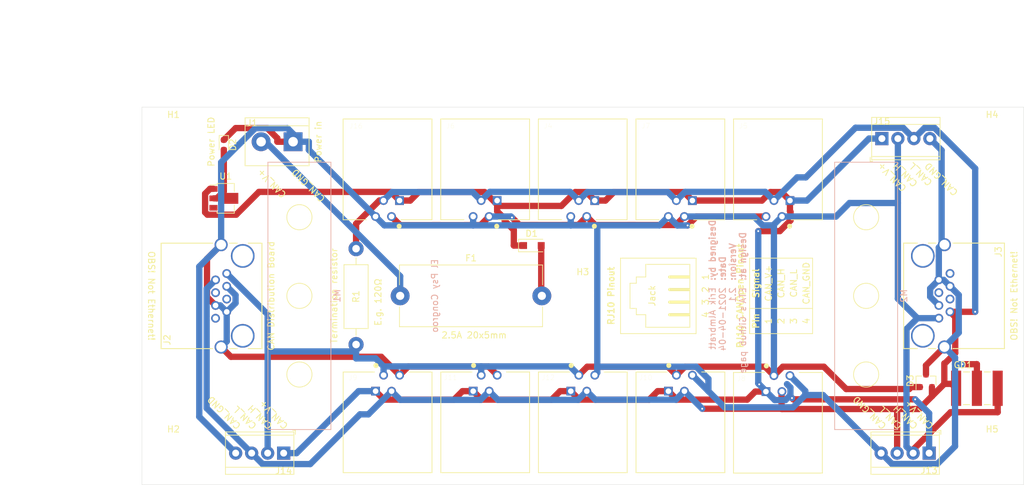
<source format=kicad_pcb>
(kicad_pcb (version 20171130) (host pcbnew "(5.1.9)-1")

  (general
    (thickness 1.6002)
    (drawings 35)
    (tracks 300)
    (zones 0)
    (modules 32)
    (nets 15)
  )

  (page A4)
  (title_block
    (title "CAN Distributor")
    (date 2021-04-04)
    (rev 2.1)
    (comment 1 "Designed by: Erik Almbratt")
  )

  (layers
    (0 Front signal)
    (31 Back signal)
    (34 B.Paste user)
    (35 F.Paste user)
    (36 B.SilkS user)
    (37 F.SilkS user)
    (38 B.Mask user)
    (39 F.Mask user)
    (44 Edge.Cuts user)
    (45 Margin user)
    (46 B.CrtYd user hide)
    (47 F.CrtYd user hide)
    (49 F.Fab user)
  )

  (setup
    (last_trace_width 1)
    (user_trace_width 0.15)
    (user_trace_width 0.2)
    (user_trace_width 0.4)
    (user_trace_width 0.6)
    (trace_clearance 0.15)
    (zone_clearance 1)
    (zone_45_only no)
    (trace_min 0.127)
    (via_size 0.6)
    (via_drill 0.3)
    (via_min_size 0.6)
    (via_min_drill 0.3)
    (user_via 0.6 0.3)
    (user_via 0.9 0.4)
    (uvia_size 0.6858)
    (uvia_drill 0.3302)
    (uvias_allowed no)
    (uvia_min_size 0.2)
    (uvia_min_drill 0.1)
    (edge_width 0.0381)
    (segment_width 0.254)
    (pcb_text_width 0.3048)
    (pcb_text_size 1.524 1.524)
    (mod_edge_width 0.1524)
    (mod_text_size 0.8128 0.8128)
    (mod_text_width 0.1524)
    (pad_size 1.524 1.524)
    (pad_drill 0.762)
    (pad_to_mask_clearance 0)
    (solder_mask_min_width 0.12)
    (aux_axis_origin 0 0)
    (grid_origin 76.35 95.2)
    (visible_elements 7FFFFF7F)
    (pcbplotparams
      (layerselection 0x010fc_ffffffff)
      (usegerberextensions false)
      (usegerberattributes true)
      (usegerberadvancedattributes true)
      (creategerberjobfile true)
      (excludeedgelayer true)
      (linewidth 0.100000)
      (plotframeref true)
      (viasonmask false)
      (mode 1)
      (useauxorigin false)
      (hpglpennumber 1)
      (hpglpenspeed 20)
      (hpglpendiameter 15.000000)
      (psnegative false)
      (psa4output false)
      (plotreference true)
      (plotvalue false)
      (plotinvisibletext false)
      (padsonsilk false)
      (subtractmaskfromsilk false)
      (outputformat 4)
      (mirror false)
      (drillshape 2)
      (scaleselection 1)
      (outputdirectory ""))
  )

  (net 0 "")
  (net 1 CAN_H)
  (net 2 CAN_L)
  (net 3 CAN_GND)
  (net 4 CAN_V+)
  (net 5 "Net-(D1-Pad2)")
  (net 6 "Net-(D2-Pad2)")
  (net 7 "Net-(F1-Pad1)")
  (net 8 "Net-(J2-Pad8)")
  (net 9 "Net-(J2-Pad5)")
  (net 10 "Net-(J2-Pad4)")
  (net 11 "Net-(J3-Pad8)")
  (net 12 "Net-(J3-Pad5)")
  (net 13 "Net-(J3-Pad4)")
  (net 14 "Net-(U1-Pad3)")

  (net_class Default "This is the default net class."
    (clearance 0.15)
    (trace_width 1)
    (via_dia 0.6)
    (via_drill 0.3)
    (uvia_dia 0.6858)
    (uvia_drill 0.3302)
    (diff_pair_width 0.1524)
    (diff_pair_gap 0.254)
    (add_net CAN_H)
    (add_net CAN_L)
    (add_net "Net-(D2-Pad2)")
    (add_net "Net-(J2-Pad4)")
    (add_net "Net-(J2-Pad5)")
    (add_net "Net-(J2-Pad8)")
    (add_net "Net-(J3-Pad4)")
    (add_net "Net-(J3-Pad5)")
    (add_net "Net-(J3-Pad8)")
    (add_net "Net-(U1-Pad3)")
  )

  (net_class Power ""
    (clearance 0.15)
    (trace_width 1)
    (via_dia 0.6)
    (via_drill 0.3)
    (uvia_dia 0.6858)
    (uvia_drill 0.3302)
    (diff_pair_width 0.1524)
    (diff_pair_gap 0.254)
    (add_net CAN_GND)
    (add_net CAN_V+)
    (add_net "Net-(D1-Pad2)")
    (add_net "Net-(F1-Pad1)")
  )

  (module CAN-Distributor:Bourns_Inc.-2036-07-SM-RPLF-MFG (layer Front) (tedit 606A14FD) (tstamp 606A883B)
    (at 183.9369 109.8926)
    (path /606AC8D5)
    (fp_text reference GD1 (at -3.78 -3.7) (layer F.SilkS)
      (effects (font (size 1 1) (thickness 0.15)) (justify left))
    )
    (fp_text value GDT (at 0 0) (layer F.SilkS) hide
      (effects (font (size 1.27 1.27) (thickness 0.15)))
    )
    (fp_line (start 1.175 2.6) (end 2.125 2.6) (layer F.SilkS) (width 0.15))
    (fp_line (start -2.125 2.6) (end -1.175 2.6) (layer F.SilkS) (width 0.15))
    (fp_line (start 1.175 -2.6) (end 2.125 -2.6) (layer F.SilkS) (width 0.15))
    (fp_line (start -2.125 -2.6) (end -1.175 -2.6) (layer F.SilkS) (width 0.15))
    (fp_line (start 4.125 2.825) (end 4.125 -2.825) (layer F.CrtYd) (width 0.15))
    (fp_line (start -4.125 2.825) (end 4.125 2.825) (layer F.CrtYd) (width 0.15))
    (fp_line (start -4.125 -2.825) (end -4.125 2.825) (layer F.CrtYd) (width 0.15))
    (fp_line (start 4.125 -2.825) (end -4.125 -2.825) (layer F.CrtYd) (width 0.15))
    (fp_line (start 4.125 -2.825) (end 4.125 -2.825) (layer F.CrtYd) (width 0.15))
    (fp_line (start 3.78 2.6) (end -3.78 2.6) (layer F.Fab) (width 0.15))
    (fp_line (start 3.78 -2.6) (end 3.78 2.6) (layer F.Fab) (width 0.15))
    (fp_line (start -3.78 -2.6) (end 3.78 -2.6) (layer F.Fab) (width 0.15))
    (fp_line (start -3.78 2.6) (end -3.78 -2.6) (layer F.Fab) (width 0.15))
    (pad 3 smd rect (at 3.3 0) (size 1.6 5.6) (layers Front F.Paste F.Mask)
      (net 1 CAN_H))
    (pad 2 smd rect (at 0 0) (size 1.6 5.6) (layers Front F.Paste F.Mask)
      (net 3 CAN_GND))
    (pad 1 smd rect (at -3.3 0) (size 1.6 5.6) (layers Front F.Paste F.Mask)
      (net 2 CAN_L))
    (model eec.models/Bourns_Inc._-_2036-07-SM-RPLF.step
      (at (xyz 0 0 0))
      (scale (xyz 1 1 1))
      (rotate (xyz 0 0 0))
    )
  )

  (module Package_TO_SOT_SMD:SOT-23 (layer Front) (tedit 5A02FF57) (tstamp 606A87FD)
    (at 175.85 108.7 90)
    (descr "SOT-23, Standard")
    (tags SOT-23)
    (path /606AC8C9)
    (attr smd)
    (fp_text reference D3 (at 0 -2.5 90) (layer F.SilkS)
      (effects (font (size 1 1) (thickness 0.15)))
    )
    (fp_text value TVS (at 0 2.5 90) (layer F.Fab)
      (effects (font (size 1 1) (thickness 0.15)))
    )
    (fp_text user %R (at 0 0) (layer F.Fab)
      (effects (font (size 0.5 0.5) (thickness 0.075)))
    )
    (fp_line (start -0.7 -0.95) (end -0.7 1.5) (layer F.Fab) (width 0.1))
    (fp_line (start -0.15 -1.52) (end 0.7 -1.52) (layer F.Fab) (width 0.1))
    (fp_line (start -0.7 -0.95) (end -0.15 -1.52) (layer F.Fab) (width 0.1))
    (fp_line (start 0.7 -1.52) (end 0.7 1.52) (layer F.Fab) (width 0.1))
    (fp_line (start -0.7 1.52) (end 0.7 1.52) (layer F.Fab) (width 0.1))
    (fp_line (start 0.76 1.58) (end 0.76 0.65) (layer F.SilkS) (width 0.12))
    (fp_line (start 0.76 -1.58) (end 0.76 -0.65) (layer F.SilkS) (width 0.12))
    (fp_line (start -1.7 -1.75) (end 1.7 -1.75) (layer F.CrtYd) (width 0.05))
    (fp_line (start 1.7 -1.75) (end 1.7 1.75) (layer F.CrtYd) (width 0.05))
    (fp_line (start 1.7 1.75) (end -1.7 1.75) (layer F.CrtYd) (width 0.05))
    (fp_line (start -1.7 1.75) (end -1.7 -1.75) (layer F.CrtYd) (width 0.05))
    (fp_line (start 0.76 -1.58) (end -1.4 -1.58) (layer F.SilkS) (width 0.12))
    (fp_line (start 0.76 1.58) (end -0.7 1.58) (layer F.SilkS) (width 0.12))
    (pad 3 smd rect (at 1 0 90) (size 0.9 0.8) (layers Front F.Paste F.Mask)
      (net 3 CAN_GND))
    (pad 2 smd rect (at -1 0.95 90) (size 0.9 0.8) (layers Front F.Paste F.Mask)
      (net 2 CAN_L))
    (pad 1 smd rect (at -1 -0.95 90) (size 0.9 0.8) (layers Front F.Paste F.Mask)
      (net 1 CAN_H))
    (model ${KISYS3DMOD}/Package_TO_SOT_SMD.3dshapes/SOT-23.wrl
      (at (xyz 0 0 0))
      (scale (xyz 1 1 1))
      (rotate (xyz 0 0 0))
    )
  )

  (module Package_TO_SOT_SMD:SOT-89-3 (layer Front) (tedit 5C33D6E8) (tstamp 60694801)
    (at 64.35 79.7)
    (descr "SOT-89-3, http://ww1.microchip.com/downloads/en/DeviceDoc/3L_SOT-89_MB_C04-029C.pdf")
    (tags SOT-89-3)
    (path /6068FB57)
    (attr smd)
    (fp_text reference U1 (at 0.3 -3.5) (layer F.SilkS)
      (effects (font (size 1 1) (thickness 0.15)))
    )
    (fp_text value CL25N8-G (at 0.3 3.5) (layer F.Fab)
      (effects (font (size 1 1) (thickness 0.15)))
    )
    (fp_line (start -1.06 2.36) (end -1.06 2.13) (layer F.SilkS) (width 0.12))
    (fp_line (start -1.06 -2.36) (end -1.06 -2.13) (layer F.SilkS) (width 0.12))
    (fp_line (start -1.06 -2.36) (end 1.66 -2.36) (layer F.SilkS) (width 0.12))
    (fp_line (start -2.55 2.5) (end -2.55 -2.5) (layer F.CrtYd) (width 0.05))
    (fp_line (start -2.55 2.5) (end 2.55 2.5) (layer F.CrtYd) (width 0.05))
    (fp_line (start 2.55 -2.5) (end -2.55 -2.5) (layer F.CrtYd) (width 0.05))
    (fp_line (start 2.55 -2.5) (end 2.55 2.5) (layer F.CrtYd) (width 0.05))
    (fp_line (start 0.05 -2.25) (end 1.55 -2.25) (layer F.Fab) (width 0.1))
    (fp_line (start -0.95 2.25) (end -0.95 -1.25) (layer F.Fab) (width 0.1))
    (fp_line (start 1.55 2.25) (end -0.95 2.25) (layer F.Fab) (width 0.1))
    (fp_line (start 1.55 -2.25) (end 1.55 2.25) (layer F.Fab) (width 0.1))
    (fp_line (start -0.95 -1.25) (end 0.05 -2.25) (layer F.Fab) (width 0.1))
    (fp_line (start 1.66 -2.36) (end 1.66 -1.05) (layer F.SilkS) (width 0.12))
    (fp_line (start -2.2 -2.13) (end -1.06 -2.13) (layer F.SilkS) (width 0.12))
    (fp_line (start 1.66 2.36) (end -1.06 2.36) (layer F.SilkS) (width 0.12))
    (fp_line (start 1.66 1.05) (end 1.66 2.36) (layer F.SilkS) (width 0.12))
    (fp_text user %R (at 0.5 0 90) (layer F.Fab)
      (effects (font (size 1 1) (thickness 0.15)))
    )
    (pad 2 smd custom (at -1.5625 0) (size 1.475 0.9) (layers Front F.Paste F.Mask)
      (net 6 "Net-(D2-Pad2)") (zone_connect 2)
      (options (clearance outline) (anchor rect))
      (primitives
        (gr_poly (pts
           (xy 0.7375 -0.8665) (xy 3.8625 -0.8665) (xy 3.8625 0.8665) (xy 0.7375 0.8665)) (width 0))
      ))
    (pad 3 smd rect (at -1.65 1.5) (size 1.3 0.9) (layers Front F.Paste F.Mask)
      (net 14 "Net-(U1-Pad3)"))
    (pad 1 smd rect (at -1.65 -1.5) (size 1.3 0.9) (layers Front F.Paste F.Mask)
      (net 4 CAN_V+))
    (model ${KISYS3DMOD}/Package_TO_SOT_SMD.3dshapes/SOT-89-3.wrl
      (at (xyz 0 0 0))
      (scale (xyz 1 1 1))
      (rotate (xyz 0 0 0))
    )
  )

  (module CAN-Distributor:TE_5520257-2 (layer Front) (tedit 60686E30) (tstamp 606947BD)
    (at 90.35 73.7 180)
    (path /606AA4F3/6068392D)
    (fp_text reference J16 (at 5 5.5) (layer F.SilkS)
      (effects (font (size 0.800843 0.800843) (thickness 0.015)))
    )
    (fp_text value RJ10 (at 0.4 5.95) (layer F.Fab)
      (effects (font (size 0.800528 0.800528) (thickness 0.015)))
    )
    (fp_circle (center -1.84 -10.43) (end -1.64 -10.43) (layer F.SilkS) (width 0.4))
    (fp_line (start 3.37 -9.4) (end 7.055 -9.4) (layer F.SilkS) (width 0.127))
    (fp_line (start -7.045 -9.4) (end -2.09 -9.4) (layer F.SilkS) (width 0.127))
    (fp_line (start 7.305 6.86) (end -7.295 6.86) (layer F.CrtYd) (width 0.05))
    (fp_line (start 7.305 -9.65) (end 7.305 6.86) (layer F.CrtYd) (width 0.05))
    (fp_line (start -7.295 -9.65) (end 7.305 -9.65) (layer F.CrtYd) (width 0.05))
    (fp_line (start -7.295 6.86) (end -7.295 -9.65) (layer F.CrtYd) (width 0.05))
    (fp_line (start 7.055 6.61) (end -7.045 6.61) (layer F.SilkS) (width 0.127))
    (fp_line (start 7.055 -9.4) (end 7.055 6.61) (layer F.SilkS) (width 0.127))
    (fp_line (start -7.045 6.61) (end -7.045 -9.4) (layer F.SilkS) (width 0.127))
    (fp_line (start 7.055 6.61) (end -7.045 6.61) (layer F.Fab) (width 0.127))
    (fp_line (start 7.055 -9.4) (end 7.055 6.61) (layer F.Fab) (width 0.127))
    (fp_line (start -7.045 -9.4) (end 7.055 -9.4) (layer F.Fab) (width 0.127))
    (fp_line (start -7.045 6.61) (end -7.045 -9.4) (layer F.Fab) (width 0.127))
    (pad "" np_thru_hole circle (at 3.81 0 180) (size 3.25 3.25) (drill 3.25) (layers *.Cu *.Mask))
    (pad "" np_thru_hole circle (at -3.81 0 180) (size 3.25 3.25) (drill 3.25) (layers *.Cu *.Mask))
    (pad 4 thru_hole circle (at 1.91 -8.89 180) (size 1.398 1.398) (drill 0.89) (layers *.Cu *.Mask)
      (net 3 CAN_GND))
    (pad 3 thru_hole circle (at 0.64 -6.35 180) (size 1.398 1.398) (drill 0.89) (layers *.Cu *.Mask)
      (net 2 CAN_L))
    (pad 2 thru_hole circle (at -0.63 -8.89 180) (size 1.398 1.398) (drill 0.89) (layers *.Cu *.Mask)
      (net 1 CAN_H))
    (pad 1 thru_hole rect (at -1.9 -6.35 180) (size 1.398 1.398) (drill 0.89) (layers *.Cu *.Mask)
      (net 4 CAN_V+))
  )

  (module Diode_SMD:D_0603_1608Metric (layer Front) (tedit 5F68FEF0) (tstamp 60694447)
    (at 64.35 71.2 270)
    (descr "Diode SMD 0603 (1608 Metric), square (rectangular) end terminal, IPC_7351 nominal, (Body size source: http://www.tortai-tech.com/upload/download/2011102023233369053.pdf), generated with kicad-footprint-generator")
    (tags diode)
    (path /6068B76E)
    (attr smd)
    (fp_text reference D2 (at 0 -1.43 90) (layer F.SilkS)
      (effects (font (size 1 1) (thickness 0.15)))
    )
    (fp_text value PWR_LED (at 0 1.43 90) (layer F.Fab)
      (effects (font (size 1 1) (thickness 0.15)))
    )
    (fp_line (start 1.48 0.73) (end -1.48 0.73) (layer F.CrtYd) (width 0.05))
    (fp_line (start 1.48 -0.73) (end 1.48 0.73) (layer F.CrtYd) (width 0.05))
    (fp_line (start -1.48 -0.73) (end 1.48 -0.73) (layer F.CrtYd) (width 0.05))
    (fp_line (start -1.48 0.73) (end -1.48 -0.73) (layer F.CrtYd) (width 0.05))
    (fp_line (start -1.485 0.735) (end 0.8 0.735) (layer F.SilkS) (width 0.12))
    (fp_line (start -1.485 -0.735) (end -1.485 0.735) (layer F.SilkS) (width 0.12))
    (fp_line (start 0.8 -0.735) (end -1.485 -0.735) (layer F.SilkS) (width 0.12))
    (fp_line (start 0.8 0.4) (end 0.8 -0.4) (layer F.Fab) (width 0.1))
    (fp_line (start -0.8 0.4) (end 0.8 0.4) (layer F.Fab) (width 0.1))
    (fp_line (start -0.8 -0.1) (end -0.8 0.4) (layer F.Fab) (width 0.1))
    (fp_line (start -0.5 -0.4) (end -0.8 -0.1) (layer F.Fab) (width 0.1))
    (fp_line (start 0.8 -0.4) (end -0.5 -0.4) (layer F.Fab) (width 0.1))
    (fp_text user %R (at 0 0 90) (layer F.Fab)
      (effects (font (size 0.4 0.4) (thickness 0.06)))
    )
    (pad 2 smd roundrect (at 0.7875 0 270) (size 0.875 0.95) (layers Front F.Paste F.Mask) (roundrect_rratio 0.25)
      (net 6 "Net-(D2-Pad2)"))
    (pad 1 smd roundrect (at -0.7875 0 270) (size 0.875 0.95) (layers Front F.Paste F.Mask) (roundrect_rratio 0.25)
      (net 3 CAN_GND))
    (model ${KISYS3DMOD}/Diode_SMD.3dshapes/D_0603_1608Metric.wrl
      (at (xyz 0 0 0))
      (scale (xyz 1 1 1))
      (rotate (xyz 0 0 0))
    )
  )

  (module Diode_SMD:D_SOD-123F (layer Front) (tedit 587F7769) (tstamp 60694434)
    (at 113.35 87.2)
    (descr D_SOD-123F)
    (tags D_SOD-123F)
    (path /6068A695)
    (attr smd)
    (fp_text reference D1 (at -0.127 -1.905) (layer F.SilkS)
      (effects (font (size 1 1) (thickness 0.15)))
    )
    (fp_text value D_Schottky (at 0 2.1) (layer F.Fab) hide
      (effects (font (size 1 1) (thickness 0.15)))
    )
    (fp_line (start -2.2 -1) (end 1.65 -1) (layer F.SilkS) (width 0.12))
    (fp_line (start -2.2 1) (end 1.65 1) (layer F.SilkS) (width 0.12))
    (fp_line (start -2.2 -1.15) (end -2.2 1.15) (layer F.CrtYd) (width 0.05))
    (fp_line (start 2.2 1.15) (end -2.2 1.15) (layer F.CrtYd) (width 0.05))
    (fp_line (start 2.2 -1.15) (end 2.2 1.15) (layer F.CrtYd) (width 0.05))
    (fp_line (start -2.2 -1.15) (end 2.2 -1.15) (layer F.CrtYd) (width 0.05))
    (fp_line (start -1.4 -0.9) (end 1.4 -0.9) (layer F.Fab) (width 0.1))
    (fp_line (start 1.4 -0.9) (end 1.4 0.9) (layer F.Fab) (width 0.1))
    (fp_line (start 1.4 0.9) (end -1.4 0.9) (layer F.Fab) (width 0.1))
    (fp_line (start -1.4 0.9) (end -1.4 -0.9) (layer F.Fab) (width 0.1))
    (fp_line (start -0.75 0) (end -0.35 0) (layer F.Fab) (width 0.1))
    (fp_line (start -0.35 0) (end -0.35 -0.55) (layer F.Fab) (width 0.1))
    (fp_line (start -0.35 0) (end -0.35 0.55) (layer F.Fab) (width 0.1))
    (fp_line (start -0.35 0) (end 0.25 -0.4) (layer F.Fab) (width 0.1))
    (fp_line (start 0.25 -0.4) (end 0.25 0.4) (layer F.Fab) (width 0.1))
    (fp_line (start 0.25 0.4) (end -0.35 0) (layer F.Fab) (width 0.1))
    (fp_line (start 0.25 0) (end 0.75 0) (layer F.Fab) (width 0.1))
    (fp_line (start -2.2 -1) (end -2.2 1) (layer F.SilkS) (width 0.12))
    (fp_text user %R (at -0.127 -1.905) (layer F.Fab)
      (effects (font (size 1 1) (thickness 0.15)))
    )
    (pad 2 smd rect (at 1.4 0) (size 1.1 1.1) (layers Front F.Paste F.Mask)
      (net 5 "Net-(D1-Pad2)"))
    (pad 1 smd rect (at -1.4 0) (size 1.1 1.1) (layers Front F.Paste F.Mask)
      (net 4 CAN_V+))
    (model ${KISYS3DMOD}/Diode_SMD.3dshapes/D_SOD-123F.wrl
      (at (xyz 0 0 0))
      (scale (xyz 1 1 1))
      (rotate (xyz 0 0 0))
    )
  )

  (module TerminalBlock_TE-Connectivity:TerminalBlock_TE_282834-4_1x04_P2.54mm_Horizontal (layer Front) (tedit 5B1EC513) (tstamp 606912DA)
    (at 176.35 120.2 180)
    (descr "Terminal Block TE 282834-4, 4 pins, pitch 2.54mm, size 10.620000000000001x6.5mm^2, drill diamater 1.1mm, pad diameter 2.1mm, see http://www.te.com/commerce/DocumentDelivery/DDEController?Action=showdoc&DocId=Customer+Drawing%7F282834%7FC1%7Fpdf%7FEnglish%7FENG_CD_282834_C1.pdf, script-generated using https://github.com/pointhi/kicad-footprint-generator/scripts/TerminalBlock_TE-Connectivity")
    (tags "THT Terminal Block TE 282834-4 pitch 2.54mm size 10.620000000000001x6.5mm^2 drill 1.1mm pad 2.1mm")
    (path /606A6B6A/606A774B)
    (fp_text reference J13 (at 0 -2.75) (layer F.SilkS)
      (effects (font (size 1 1) (thickness 0.15)))
    )
    (fp_text value "4p Terminal Block" (at 3.81 4.37) (layer F.Fab) hide
      (effects (font (size 1 1) (thickness 0.15)))
    )
    (fp_line (start 9.63 -3.75) (end -2 -3.75) (layer F.CrtYd) (width 0.05))
    (fp_line (start 9.63 3.75) (end 9.63 -3.75) (layer F.CrtYd) (width 0.05))
    (fp_line (start -2 3.75) (end 9.63 3.75) (layer F.CrtYd) (width 0.05))
    (fp_line (start -2 -3.75) (end -2 3.75) (layer F.CrtYd) (width 0.05))
    (fp_line (start -1.86 3.61) (end -1.46 3.61) (layer F.SilkS) (width 0.12))
    (fp_line (start -1.86 2.97) (end -1.86 3.61) (layer F.SilkS) (width 0.12))
    (fp_line (start 8.321 -0.835) (end 6.786 0.7) (layer F.Fab) (width 0.1))
    (fp_line (start 8.455 -0.7) (end 6.92 0.835) (layer F.Fab) (width 0.1))
    (fp_line (start 5.781 -0.835) (end 4.246 0.7) (layer F.Fab) (width 0.1))
    (fp_line (start 5.915 -0.7) (end 4.38 0.835) (layer F.Fab) (width 0.1))
    (fp_line (start 3.241 -0.835) (end 1.706 0.7) (layer F.Fab) (width 0.1))
    (fp_line (start 3.375 -0.7) (end 1.84 0.835) (layer F.Fab) (width 0.1))
    (fp_line (start 0.701 -0.835) (end -0.835 0.7) (layer F.Fab) (width 0.1))
    (fp_line (start 0.835 -0.7) (end -0.701 0.835) (layer F.Fab) (width 0.1))
    (fp_line (start 9.241 -3.37) (end 9.241 3.37) (layer F.SilkS) (width 0.12))
    (fp_line (start -1.62 -3.37) (end -1.62 3.37) (layer F.SilkS) (width 0.12))
    (fp_line (start -1.62 3.37) (end 9.241 3.37) (layer F.SilkS) (width 0.12))
    (fp_line (start -1.62 -3.37) (end 9.241 -3.37) (layer F.SilkS) (width 0.12))
    (fp_line (start -1.62 -2.25) (end 9.241 -2.25) (layer F.SilkS) (width 0.12))
    (fp_line (start -1.5 -2.25) (end 9.12 -2.25) (layer F.Fab) (width 0.1))
    (fp_line (start -1.62 2.85) (end 9.241 2.85) (layer F.SilkS) (width 0.12))
    (fp_line (start -1.5 2.85) (end 9.12 2.85) (layer F.Fab) (width 0.1))
    (fp_line (start -1.5 2.85) (end -1.5 -3.25) (layer F.Fab) (width 0.1))
    (fp_line (start -1.1 3.25) (end -1.5 2.85) (layer F.Fab) (width 0.1))
    (fp_line (start 9.12 3.25) (end -1.1 3.25) (layer F.Fab) (width 0.1))
    (fp_line (start 9.12 -3.25) (end 9.12 3.25) (layer F.Fab) (width 0.1))
    (fp_line (start -1.5 -3.25) (end 9.12 -3.25) (layer F.Fab) (width 0.1))
    (fp_circle (center 7.62 0) (end 8.72 0) (layer F.Fab) (width 0.1))
    (fp_circle (center 5.08 0) (end 6.18 0) (layer F.Fab) (width 0.1))
    (fp_circle (center 2.54 0) (end 3.64 0) (layer F.Fab) (width 0.1))
    (fp_circle (center 0 0) (end 1.1 0) (layer F.Fab) (width 0.1))
    (fp_text user %R (at 3.81 2) (layer F.Fab)
      (effects (font (size 1 1) (thickness 0.15)))
    )
    (pad 4 thru_hole circle (at 7.62 0 180) (size 2.1 2.1) (drill 1.1) (layers *.Cu *.Mask)
      (net 3 CAN_GND))
    (pad 3 thru_hole circle (at 5.08 0 180) (size 2.1 2.1) (drill 1.1) (layers *.Cu *.Mask)
      (net 2 CAN_L))
    (pad 2 thru_hole circle (at 2.54 0 180) (size 2.1 2.1) (drill 1.1) (layers *.Cu *.Mask)
      (net 1 CAN_H))
    (pad 1 thru_hole rect (at 0 0 180) (size 2.1 2.1) (drill 1.1) (layers *.Cu *.Mask)
      (net 4 CAN_V+))
    (model ${KISYS3DMOD}/TerminalBlock_TE-Connectivity.3dshapes/TerminalBlock_TE_282834-4_1x04_P2.54mm_Horizontal.wrl
      (at (xyz 0 0 0))
      (scale (xyz 1 1 1))
      (rotate (xyz 0 0 0))
    )
  )

  (module CAN-Distributor:RJ10_CAN_Open_Pinout_Table_Silkscreen (layer Front) (tedit 606880D2) (tstamp 606A8CD0)
    (at 158.85 95.2 90)
    (fp_text reference G1 (at 0 0.5 90) (layer F.Fab) hide
      (effects (font (size 1 1) (thickness 0.15)))
    )
    (fp_text value RJ10_CAN_Open_Pinout_Table_Silkscreen (at 0 -0.5 90) (layer F.Fab) hide
      (effects (font (size 1 1) (thickness 0.15)))
    )
    (fp_line (start 8.5 -13) (end -8 -13) (layer F.CrtYd) (width 0.12))
    (fp_line (start 8.5 -1) (end 8.5 -13) (layer F.CrtYd) (width 0.12))
    (fp_line (start -8 -1) (end 8.5 -1) (layer F.CrtYd) (width 0.12))
    (fp_line (start -8 -13) (end -8 -1) (layer F.CrtYd) (width 0.12))
    (fp_line (start 6 -11) (end 6 -1) (layer F.SilkS) (width 0.12))
    (fp_line (start -2 -11) (end -2 -1) (layer F.SilkS) (width 0.12))
    (fp_line (start -6 -1) (end -6 -11) (layer F.SilkS) (width 0.12))
    (fp_line (start -2 -11) (end 6 -11) (layer F.SilkS) (width 0.12))
    (fp_line (start -6 -11) (end -2 -11) (layer F.SilkS) (width 0.12))
    (fp_line (start -6 -11) (end -2 -11) (layer F.SilkS) (width 0.12))
    (fp_line (start 6 -1) (end -6 -1) (layer F.SilkS) (width 0.12))
    (fp_text user "RJ10 CANOpen Pinout" (at 0 -12.5 90) (layer F.SilkS)
      (effects (font (size 1 1) (thickness 0.2)))
    )
    (fp_text user Pin (at -4 -10 90) (layer F.SilkS)
      (effects (font (size 1 1) (thickness 0.2)))
    )
    (fp_text user 1 (at -4 -8 90) (layer F.SilkS)
      (effects (font (size 1 1) (thickness 0.15)))
    )
    (fp_text user 4 (at -4 -2 90) (layer F.SilkS)
      (effects (font (size 1 1) (thickness 0.15)))
    )
    (fp_text user CAN_L (at 2 -4 90) (layer F.SilkS)
      (effects (font (size 1 1) (thickness 0.15)))
    )
    (fp_text user CAN_GND (at 2 -2 90) (layer F.SilkS)
      (effects (font (size 1 1) (thickness 0.15)))
    )
    (fp_text user 3 (at -4 -4 90) (layer F.SilkS)
      (effects (font (size 1 1) (thickness 0.15)))
    )
    (fp_text user CAN_V+ (at 2 -8 90) (layer F.SilkS)
      (effects (font (size 1 1) (thickness 0.15)))
    )
    (fp_text user Signal (at 2 -10 90) (layer F.SilkS)
      (effects (font (size 1 1) (thickness 0.2)))
    )
    (fp_text user 2 (at -4 -6 90) (layer F.SilkS)
      (effects (font (size 1 1) (thickness 0.15)))
    )
    (fp_text user CAN_H (at 2 -6 90) (layer F.SilkS)
      (effects (font (size 1 1) (thickness 0.15)))
    )
  )

  (module CAN-Distributor:RJ10_Pinout_Silkscreen (layer Front) (tedit 6068809C) (tstamp 6068FE7A)
    (at 138.35 95.2 90)
    (fp_text reference G2 (at 0 3 90) (layer F.Fab) hide
      (effects (font (size 1 1) (thickness 0.15)))
    )
    (fp_text value RJ10_Pinout_Silkscreen (at 0 1 90) (layer F.Fab) hide
      (effects (font (size 1 1) (thickness 0.15)))
    )
    (fp_line (start 6 3) (end -6 3) (layer F.CrtYd) (width 0.12))
    (fp_line (start 6 -13.5) (end 6 3) (layer F.CrtYd) (width 0.12))
    (fp_line (start -6 -13.5) (end 6 -13.5) (layer F.CrtYd) (width 0.12))
    (fp_line (start -6 3) (end -6 -13.5) (layer F.CrtYd) (width 0.12))
    (fp_line (start 1 -0.2) (end 1 -3.2) (layer F.SilkS) (width 0.5))
    (fp_line (start -1 -0.2) (end -1 -3.2) (layer F.SilkS) (width 0.5))
    (fp_line (start 6 1) (end -6 1) (layer F.SilkS) (width 0.12))
    (fp_line (start -6 1) (end -6 -11) (layer F.SilkS) (width 0.12))
    (fp_line (start -5 0) (end 5 0) (layer F.SilkS) (width 0.12))
    (fp_line (start -5 -7) (end -5 0) (layer F.SilkS) (width 0.12))
    (fp_line (start -3 -8.5) (end -3 -7) (layer F.SilkS) (width 0.12))
    (fp_line (start -2 -9.5) (end -2 -8.5) (layer F.SilkS) (width 0.12))
    (fp_line (start 2 -9.5) (end -2 -9.5) (layer F.SilkS) (width 0.12))
    (fp_line (start 2 -8.5) (end 2 -9.5) (layer F.SilkS) (width 0.12))
    (fp_line (start -3 -0.2) (end -3 -3.2) (layer F.SilkS) (width 0.5))
    (fp_line (start 6 -11) (end 6 1) (layer F.SilkS) (width 0.12))
    (fp_line (start 3 -0.2) (end 3 -3.2) (layer F.SilkS) (width 0.5))
    (fp_line (start -3 -7) (end -5 -7) (layer F.SilkS) (width 0.12))
    (fp_line (start -2 -8.5) (end -3 -8.5) (layer F.SilkS) (width 0.12))
    (fp_line (start 3 -7) (end 3 -8.5) (layer F.SilkS) (width 0.12))
    (fp_line (start 5 -7) (end 3 -7) (layer F.SilkS) (width 0.12))
    (fp_line (start -6 -11) (end 6 -11) (layer F.SilkS) (width 0.12))
    (fp_line (start 3 -8.5) (end 2 -8.5) (layer F.SilkS) (width 0.12))
    (fp_line (start 5 0) (end 5 -7) (layer F.SilkS) (width 0.12))
    (fp_text user 2 (at 1 2.5 90) (layer F.SilkS)
      (effects (font (size 1 1) (thickness 0.15)))
    )
    (fp_text user 3 (at -1 2.5 90) (layer F.SilkS)
      (effects (font (size 1 1) (thickness 0.15)))
    )
    (fp_text user "RJ10 Pinout" (at 0 -12.5 90) (layer F.SilkS)
      (effects (font (size 1 1) (thickness 0.2)))
    )
    (fp_text user 4 (at -3 2.5 90) (layer F.SilkS)
      (effects (font (size 1 1) (thickness 0.15)))
    )
    (fp_text user 1 (at 3 2.5 90) (layer F.SilkS)
      (effects (font (size 1 1) (thickness 0.15)))
    )
    (fp_text user Jack (at 0 -6 90) (layer F.SilkS)
      (effects (font (size 1 1) (thickness 0.15)))
    )
  )

  (module TerminalBlock_TE-Connectivity:TerminalBlock_TE_282834-4_1x04_P2.54mm_Horizontal (layer Front) (tedit 5B1EC513) (tstamp 606910A1)
    (at 168.85 70.2)
    (descr "Terminal Block TE 282834-4, 4 pins, pitch 2.54mm, size 10.620000000000001x6.5mm^2, drill diamater 1.1mm, pad diameter 2.1mm, see http://www.te.com/commerce/DocumentDelivery/DDEController?Action=showdoc&DocId=Customer+Drawing%7F282834%7FC1%7Fpdf%7FEnglish%7FENG_CD_282834_C1.pdf, script-generated using https://github.com/pointhi/kicad-footprint-generator/scripts/TerminalBlock_TE-Connectivity")
    (tags "THT Terminal Block TE 282834-4 pitch 2.54mm size 10.620000000000001x6.5mm^2 drill 1.1mm pad 2.1mm")
    (path /606A6FCD/606A774B)
    (fp_text reference J15 (at -0.02 -2.75) (layer F.SilkS)
      (effects (font (size 1 1) (thickness 0.15)))
    )
    (fp_text value "4p Terminal Block" (at 3.81 4.37) (layer F.Fab) hide
      (effects (font (size 1 1) (thickness 0.15)))
    )
    (fp_line (start 9.63 -3.75) (end -2 -3.75) (layer F.CrtYd) (width 0.05))
    (fp_line (start 9.63 3.75) (end 9.63 -3.75) (layer F.CrtYd) (width 0.05))
    (fp_line (start -2 3.75) (end 9.63 3.75) (layer F.CrtYd) (width 0.05))
    (fp_line (start -2 -3.75) (end -2 3.75) (layer F.CrtYd) (width 0.05))
    (fp_line (start -1.86 3.61) (end -1.46 3.61) (layer F.SilkS) (width 0.12))
    (fp_line (start -1.86 2.97) (end -1.86 3.61) (layer F.SilkS) (width 0.12))
    (fp_line (start 8.321 -0.835) (end 6.786 0.7) (layer F.Fab) (width 0.1))
    (fp_line (start 8.455 -0.7) (end 6.92 0.835) (layer F.Fab) (width 0.1))
    (fp_line (start 5.781 -0.835) (end 4.246 0.7) (layer F.Fab) (width 0.1))
    (fp_line (start 5.915 -0.7) (end 4.38 0.835) (layer F.Fab) (width 0.1))
    (fp_line (start 3.241 -0.835) (end 1.706 0.7) (layer F.Fab) (width 0.1))
    (fp_line (start 3.375 -0.7) (end 1.84 0.835) (layer F.Fab) (width 0.1))
    (fp_line (start 0.701 -0.835) (end -0.835 0.7) (layer F.Fab) (width 0.1))
    (fp_line (start 0.835 -0.7) (end -0.701 0.835) (layer F.Fab) (width 0.1))
    (fp_line (start 9.241 -3.37) (end 9.241 3.37) (layer F.SilkS) (width 0.12))
    (fp_line (start -1.62 -3.37) (end -1.62 3.37) (layer F.SilkS) (width 0.12))
    (fp_line (start -1.62 3.37) (end 9.241 3.37) (layer F.SilkS) (width 0.12))
    (fp_line (start -1.62 -3.37) (end 9.241 -3.37) (layer F.SilkS) (width 0.12))
    (fp_line (start -1.62 -2.25) (end 9.241 -2.25) (layer F.SilkS) (width 0.12))
    (fp_line (start -1.5 -2.25) (end 9.12 -2.25) (layer F.Fab) (width 0.1))
    (fp_line (start -1.62 2.85) (end 9.241 2.85) (layer F.SilkS) (width 0.12))
    (fp_line (start -1.5 2.85) (end 9.12 2.85) (layer F.Fab) (width 0.1))
    (fp_line (start -1.5 2.85) (end -1.5 -3.25) (layer F.Fab) (width 0.1))
    (fp_line (start -1.1 3.25) (end -1.5 2.85) (layer F.Fab) (width 0.1))
    (fp_line (start 9.12 3.25) (end -1.1 3.25) (layer F.Fab) (width 0.1))
    (fp_line (start 9.12 -3.25) (end 9.12 3.25) (layer F.Fab) (width 0.1))
    (fp_line (start -1.5 -3.25) (end 9.12 -3.25) (layer F.Fab) (width 0.1))
    (fp_circle (center 7.62 0) (end 8.72 0) (layer F.Fab) (width 0.1))
    (fp_circle (center 5.08 0) (end 6.18 0) (layer F.Fab) (width 0.1))
    (fp_circle (center 2.54 0) (end 3.64 0) (layer F.Fab) (width 0.1))
    (fp_circle (center 0 0) (end 1.1 0) (layer F.Fab) (width 0.1))
    (fp_text user %R (at 3.81 2) (layer F.Fab)
      (effects (font (size 1 1) (thickness 0.15)))
    )
    (pad 4 thru_hole circle (at 7.62 0) (size 2.1 2.1) (drill 1.1) (layers *.Cu *.Mask)
      (net 3 CAN_GND))
    (pad 3 thru_hole circle (at 5.08 0) (size 2.1 2.1) (drill 1.1) (layers *.Cu *.Mask)
      (net 2 CAN_L))
    (pad 2 thru_hole circle (at 2.54 0) (size 2.1 2.1) (drill 1.1) (layers *.Cu *.Mask)
      (net 1 CAN_H))
    (pad 1 thru_hole rect (at 0 0) (size 2.1 2.1) (drill 1.1) (layers *.Cu *.Mask)
      (net 4 CAN_V+))
    (model ${KISYS3DMOD}/TerminalBlock_TE-Connectivity.3dshapes/TerminalBlock_TE_282834-4_1x04_P2.54mm_Horizontal.wrl
      (at (xyz 0 0 0))
      (scale (xyz 1 1 1))
      (rotate (xyz 0 0 0))
    )
  )

  (module TerminalBlock_TE-Connectivity:TerminalBlock_TE_282834-4_1x04_P2.54mm_Horizontal (layer Front) (tedit 5B1EC513) (tstamp 60691079)
    (at 73.85 120.2 180)
    (descr "Terminal Block TE 282834-4, 4 pins, pitch 2.54mm, size 10.620000000000001x6.5mm^2, drill diamater 1.1mm, pad diameter 2.1mm, see http://www.te.com/commerce/DocumentDelivery/DDEController?Action=showdoc&DocId=Customer+Drawing%7F282834%7FC1%7Fpdf%7FEnglish%7FENG_CD_282834_C1.pdf, script-generated using https://github.com/pointhi/kicad-footprint-generator/scripts/TerminalBlock_TE-Connectivity")
    (tags "THT Terminal Block TE 282834-4 pitch 2.54mm size 10.620000000000001x6.5mm^2 drill 1.1mm pad 2.1mm")
    (path /606A6E99/606A774B)
    (fp_text reference J14 (at 0 -2.84) (layer F.SilkS)
      (effects (font (size 1 1) (thickness 0.15)))
    )
    (fp_text value "4p Terminal Block" (at 3.81 4.37) (layer F.Fab) hide
      (effects (font (size 1 1) (thickness 0.15)))
    )
    (fp_line (start 9.63 -3.75) (end -2 -3.75) (layer F.CrtYd) (width 0.05))
    (fp_line (start 9.63 3.75) (end 9.63 -3.75) (layer F.CrtYd) (width 0.05))
    (fp_line (start -2 3.75) (end 9.63 3.75) (layer F.CrtYd) (width 0.05))
    (fp_line (start -2 -3.75) (end -2 3.75) (layer F.CrtYd) (width 0.05))
    (fp_line (start -1.86 3.61) (end -1.46 3.61) (layer F.SilkS) (width 0.12))
    (fp_line (start -1.86 2.97) (end -1.86 3.61) (layer F.SilkS) (width 0.12))
    (fp_line (start 8.321 -0.835) (end 6.786 0.7) (layer F.Fab) (width 0.1))
    (fp_line (start 8.455 -0.7) (end 6.92 0.835) (layer F.Fab) (width 0.1))
    (fp_line (start 5.781 -0.835) (end 4.246 0.7) (layer F.Fab) (width 0.1))
    (fp_line (start 5.915 -0.7) (end 4.38 0.835) (layer F.Fab) (width 0.1))
    (fp_line (start 3.241 -0.835) (end 1.706 0.7) (layer F.Fab) (width 0.1))
    (fp_line (start 3.375 -0.7) (end 1.84 0.835) (layer F.Fab) (width 0.1))
    (fp_line (start 0.701 -0.835) (end -0.835 0.7) (layer F.Fab) (width 0.1))
    (fp_line (start 0.835 -0.7) (end -0.701 0.835) (layer F.Fab) (width 0.1))
    (fp_line (start 9.241 -3.37) (end 9.241 3.37) (layer F.SilkS) (width 0.12))
    (fp_line (start -1.62 -3.37) (end -1.62 3.37) (layer F.SilkS) (width 0.12))
    (fp_line (start -1.62 3.37) (end 9.241 3.37) (layer F.SilkS) (width 0.12))
    (fp_line (start -1.62 -3.37) (end 9.241 -3.37) (layer F.SilkS) (width 0.12))
    (fp_line (start -1.62 -2.25) (end 9.241 -2.25) (layer F.SilkS) (width 0.12))
    (fp_line (start -1.5 -2.25) (end 9.12 -2.25) (layer F.Fab) (width 0.1))
    (fp_line (start -1.62 2.85) (end 9.241 2.85) (layer F.SilkS) (width 0.12))
    (fp_line (start -1.5 2.85) (end 9.12 2.85) (layer F.Fab) (width 0.1))
    (fp_line (start -1.5 2.85) (end -1.5 -3.25) (layer F.Fab) (width 0.1))
    (fp_line (start -1.1 3.25) (end -1.5 2.85) (layer F.Fab) (width 0.1))
    (fp_line (start 9.12 3.25) (end -1.1 3.25) (layer F.Fab) (width 0.1))
    (fp_line (start 9.12 -3.25) (end 9.12 3.25) (layer F.Fab) (width 0.1))
    (fp_line (start -1.5 -3.25) (end 9.12 -3.25) (layer F.Fab) (width 0.1))
    (fp_circle (center 7.62 0) (end 8.72 0) (layer F.Fab) (width 0.1))
    (fp_circle (center 5.08 0) (end 6.18 0) (layer F.Fab) (width 0.1))
    (fp_circle (center 2.54 0) (end 3.64 0) (layer F.Fab) (width 0.1))
    (fp_circle (center 0 0) (end 1.1 0) (layer F.Fab) (width 0.1))
    (fp_text user %R (at 3.81 2) (layer F.Fab)
      (effects (font (size 1 1) (thickness 0.15)))
    )
    (pad 4 thru_hole circle (at 7.62 0 180) (size 2.1 2.1) (drill 1.1) (layers *.Cu *.Mask)
      (net 3 CAN_GND))
    (pad 3 thru_hole circle (at 5.08 0 180) (size 2.1 2.1) (drill 1.1) (layers *.Cu *.Mask)
      (net 2 CAN_L))
    (pad 2 thru_hole circle (at 2.54 0 180) (size 2.1 2.1) (drill 1.1) (layers *.Cu *.Mask)
      (net 1 CAN_H))
    (pad 1 thru_hole rect (at 0 0 180) (size 2.1 2.1) (drill 1.1) (layers *.Cu *.Mask)
      (net 4 CAN_V+))
    (model ${KISYS3DMOD}/TerminalBlock_TE-Connectivity.3dshapes/TerminalBlock_TE_282834-4_1x04_P2.54mm_Horizontal.wrl
      (at (xyz 0 0 0))
      (scale (xyz 1 1 1))
      (rotate (xyz 0 0 0))
    )
  )

  (module CAN-Distributor:TE_5520257-2 (layer Front) (tedit 60686E30) (tstamp 6068CB99)
    (at 121.35 116.7)
    (path /6069B135/6068392D)
    (fp_text reference J12 (at -5.5 -8.5) (layer F.SilkS)
      (effects (font (size 0.800843 0.800843) (thickness 0.015)))
    )
    (fp_text value RJ10 (at 0 5.5) (layer F.Fab)
      (effects (font (size 0.800528 0.800528) (thickness 0.015)))
    )
    (fp_circle (center -1.84 -10.43) (end -1.64 -10.43) (layer F.SilkS) (width 0.4))
    (fp_line (start 3.37 -9.4) (end 7.055 -9.4) (layer F.SilkS) (width 0.127))
    (fp_line (start -7.045 -9.4) (end -2.09 -9.4) (layer F.SilkS) (width 0.127))
    (fp_line (start 7.305 6.86) (end -7.295 6.86) (layer F.CrtYd) (width 0.05))
    (fp_line (start 7.305 -9.65) (end 7.305 6.86) (layer F.CrtYd) (width 0.05))
    (fp_line (start -7.295 -9.65) (end 7.305 -9.65) (layer F.CrtYd) (width 0.05))
    (fp_line (start -7.295 6.86) (end -7.295 -9.65) (layer F.CrtYd) (width 0.05))
    (fp_line (start 7.055 6.61) (end -7.045 6.61) (layer F.SilkS) (width 0.127))
    (fp_line (start 7.055 -9.4) (end 7.055 6.61) (layer F.SilkS) (width 0.127))
    (fp_line (start -7.045 6.61) (end -7.045 -9.4) (layer F.SilkS) (width 0.127))
    (fp_line (start 7.055 6.61) (end -7.045 6.61) (layer F.Fab) (width 0.127))
    (fp_line (start 7.055 -9.4) (end 7.055 6.61) (layer F.Fab) (width 0.127))
    (fp_line (start -7.045 -9.4) (end 7.055 -9.4) (layer F.Fab) (width 0.127))
    (fp_line (start -7.045 6.61) (end -7.045 -9.4) (layer F.Fab) (width 0.127))
    (pad "" np_thru_hole circle (at 3.81 0) (size 3.25 3.25) (drill 3.25) (layers *.Cu *.Mask))
    (pad "" np_thru_hole circle (at -3.81 0) (size 3.25 3.25) (drill 3.25) (layers *.Cu *.Mask))
    (pad 4 thru_hole circle (at 1.91 -8.89) (size 1.398 1.398) (drill 0.89) (layers *.Cu *.Mask)
      (net 3 CAN_GND))
    (pad 3 thru_hole circle (at 0.64 -6.35) (size 1.398 1.398) (drill 0.89) (layers *.Cu *.Mask)
      (net 2 CAN_L))
    (pad 2 thru_hole circle (at -0.63 -8.89) (size 1.398 1.398) (drill 0.89) (layers *.Cu *.Mask)
      (net 1 CAN_H))
    (pad 1 thru_hole rect (at -1.9 -6.35) (size 1.398 1.398) (drill 0.89) (layers *.Cu *.Mask)
      (net 4 CAN_V+))
  )

  (module CAN-Distributor:TE_5520257-2 (layer Front) (tedit 60686E30) (tstamp 6068CB81)
    (at 105.85 116.7)
    (path /6069B133/6068392D)
    (fp_text reference J11 (at -5.5 -8.5) (layer F.SilkS)
      (effects (font (size 0.800843 0.800843) (thickness 0.015)))
    )
    (fp_text value RJ10 (at 0 5.5) (layer F.Fab)
      (effects (font (size 0.800528 0.800528) (thickness 0.015)))
    )
    (fp_circle (center -1.84 -10.43) (end -1.64 -10.43) (layer F.SilkS) (width 0.4))
    (fp_line (start 3.37 -9.4) (end 7.055 -9.4) (layer F.SilkS) (width 0.127))
    (fp_line (start -7.045 -9.4) (end -2.09 -9.4) (layer F.SilkS) (width 0.127))
    (fp_line (start 7.305 6.86) (end -7.295 6.86) (layer F.CrtYd) (width 0.05))
    (fp_line (start 7.305 -9.65) (end 7.305 6.86) (layer F.CrtYd) (width 0.05))
    (fp_line (start -7.295 -9.65) (end 7.305 -9.65) (layer F.CrtYd) (width 0.05))
    (fp_line (start -7.295 6.86) (end -7.295 -9.65) (layer F.CrtYd) (width 0.05))
    (fp_line (start 7.055 6.61) (end -7.045 6.61) (layer F.SilkS) (width 0.127))
    (fp_line (start 7.055 -9.4) (end 7.055 6.61) (layer F.SilkS) (width 0.127))
    (fp_line (start -7.045 6.61) (end -7.045 -9.4) (layer F.SilkS) (width 0.127))
    (fp_line (start 7.055 6.61) (end -7.045 6.61) (layer F.Fab) (width 0.127))
    (fp_line (start 7.055 -9.4) (end 7.055 6.61) (layer F.Fab) (width 0.127))
    (fp_line (start -7.045 -9.4) (end 7.055 -9.4) (layer F.Fab) (width 0.127))
    (fp_line (start -7.045 6.61) (end -7.045 -9.4) (layer F.Fab) (width 0.127))
    (pad "" np_thru_hole circle (at 3.81 0) (size 3.25 3.25) (drill 3.25) (layers *.Cu *.Mask))
    (pad "" np_thru_hole circle (at -3.81 0) (size 3.25 3.25) (drill 3.25) (layers *.Cu *.Mask))
    (pad 4 thru_hole circle (at 1.91 -8.89) (size 1.398 1.398) (drill 0.89) (layers *.Cu *.Mask)
      (net 3 CAN_GND))
    (pad 3 thru_hole circle (at 0.64 -6.35) (size 1.398 1.398) (drill 0.89) (layers *.Cu *.Mask)
      (net 2 CAN_L))
    (pad 2 thru_hole circle (at -0.63 -8.89) (size 1.398 1.398) (drill 0.89) (layers *.Cu *.Mask)
      (net 1 CAN_H))
    (pad 1 thru_hole rect (at -1.9 -6.35) (size 1.398 1.398) (drill 0.89) (layers *.Cu *.Mask)
      (net 4 CAN_V+))
  )

  (module CAN-Distributor:TE_5520257-2 (layer Front) (tedit 60686E30) (tstamp 6068CB69)
    (at 136.85 116.7)
    (path /6069B131/6068392D)
    (fp_text reference J10 (at -5.5 -8.5) (layer F.SilkS)
      (effects (font (size 0.800843 0.800843) (thickness 0.015)))
    )
    (fp_text value RJ10 (at 0 5.5) (layer F.Fab)
      (effects (font (size 0.800528 0.800528) (thickness 0.015)))
    )
    (fp_circle (center -1.84 -10.43) (end -1.64 -10.43) (layer F.SilkS) (width 0.4))
    (fp_line (start 3.37 -9.4) (end 7.055 -9.4) (layer F.SilkS) (width 0.127))
    (fp_line (start -7.045 -9.4) (end -2.09 -9.4) (layer F.SilkS) (width 0.127))
    (fp_line (start 7.305 6.86) (end -7.295 6.86) (layer F.CrtYd) (width 0.05))
    (fp_line (start 7.305 -9.65) (end 7.305 6.86) (layer F.CrtYd) (width 0.05))
    (fp_line (start -7.295 -9.65) (end 7.305 -9.65) (layer F.CrtYd) (width 0.05))
    (fp_line (start -7.295 6.86) (end -7.295 -9.65) (layer F.CrtYd) (width 0.05))
    (fp_line (start 7.055 6.61) (end -7.045 6.61) (layer F.SilkS) (width 0.127))
    (fp_line (start 7.055 -9.4) (end 7.055 6.61) (layer F.SilkS) (width 0.127))
    (fp_line (start -7.045 6.61) (end -7.045 -9.4) (layer F.SilkS) (width 0.127))
    (fp_line (start 7.055 6.61) (end -7.045 6.61) (layer F.Fab) (width 0.127))
    (fp_line (start 7.055 -9.4) (end 7.055 6.61) (layer F.Fab) (width 0.127))
    (fp_line (start -7.045 -9.4) (end 7.055 -9.4) (layer F.Fab) (width 0.127))
    (fp_line (start -7.045 6.61) (end -7.045 -9.4) (layer F.Fab) (width 0.127))
    (pad "" np_thru_hole circle (at 3.81 0) (size 3.25 3.25) (drill 3.25) (layers *.Cu *.Mask))
    (pad "" np_thru_hole circle (at -3.81 0) (size 3.25 3.25) (drill 3.25) (layers *.Cu *.Mask))
    (pad 4 thru_hole circle (at 1.91 -8.89) (size 1.398 1.398) (drill 0.89) (layers *.Cu *.Mask)
      (net 3 CAN_GND))
    (pad 3 thru_hole circle (at 0.64 -6.35) (size 1.398 1.398) (drill 0.89) (layers *.Cu *.Mask)
      (net 2 CAN_L))
    (pad 2 thru_hole circle (at -0.63 -8.89) (size 1.398 1.398) (drill 0.89) (layers *.Cu *.Mask)
      (net 1 CAN_H))
    (pad 1 thru_hole rect (at -1.9 -6.35) (size 1.398 1.398) (drill 0.89) (layers *.Cu *.Mask)
      (net 4 CAN_V+))
  )

  (module CAN-Distributor:TE_5520257-2 (layer Front) (tedit 60686E30) (tstamp 6068CB51)
    (at 90.35 116.7)
    (path /6069B12F/6068392D)
    (fp_text reference J9 (at -5.5 -8.5) (layer F.SilkS)
      (effects (font (size 0.800843 0.800843) (thickness 0.015)))
    )
    (fp_text value RJ10 (at 0 5.5) (layer F.Fab)
      (effects (font (size 0.800528 0.800528) (thickness 0.015)))
    )
    (fp_circle (center -1.84 -10.43) (end -1.64 -10.43) (layer F.SilkS) (width 0.4))
    (fp_line (start 3.37 -9.4) (end 7.055 -9.4) (layer F.SilkS) (width 0.127))
    (fp_line (start -7.045 -9.4) (end -2.09 -9.4) (layer F.SilkS) (width 0.127))
    (fp_line (start 7.305 6.86) (end -7.295 6.86) (layer F.CrtYd) (width 0.05))
    (fp_line (start 7.305 -9.65) (end 7.305 6.86) (layer F.CrtYd) (width 0.05))
    (fp_line (start -7.295 -9.65) (end 7.305 -9.65) (layer F.CrtYd) (width 0.05))
    (fp_line (start -7.295 6.86) (end -7.295 -9.65) (layer F.CrtYd) (width 0.05))
    (fp_line (start 7.055 6.61) (end -7.045 6.61) (layer F.SilkS) (width 0.127))
    (fp_line (start 7.055 -9.4) (end 7.055 6.61) (layer F.SilkS) (width 0.127))
    (fp_line (start -7.045 6.61) (end -7.045 -9.4) (layer F.SilkS) (width 0.127))
    (fp_line (start 7.055 6.61) (end -7.045 6.61) (layer F.Fab) (width 0.127))
    (fp_line (start 7.055 -9.4) (end 7.055 6.61) (layer F.Fab) (width 0.127))
    (fp_line (start -7.045 -9.4) (end 7.055 -9.4) (layer F.Fab) (width 0.127))
    (fp_line (start -7.045 6.61) (end -7.045 -9.4) (layer F.Fab) (width 0.127))
    (pad "" np_thru_hole circle (at 3.81 0) (size 3.25 3.25) (drill 3.25) (layers *.Cu *.Mask))
    (pad "" np_thru_hole circle (at -3.81 0) (size 3.25 3.25) (drill 3.25) (layers *.Cu *.Mask))
    (pad 4 thru_hole circle (at 1.91 -8.89) (size 1.398 1.398) (drill 0.89) (layers *.Cu *.Mask)
      (net 3 CAN_GND))
    (pad 3 thru_hole circle (at 0.64 -6.35) (size 1.398 1.398) (drill 0.89) (layers *.Cu *.Mask)
      (net 2 CAN_L))
    (pad 2 thru_hole circle (at -0.63 -8.89) (size 1.398 1.398) (drill 0.89) (layers *.Cu *.Mask)
      (net 1 CAN_H))
    (pad 1 thru_hole rect (at -1.9 -6.35) (size 1.398 1.398) (drill 0.89) (layers *.Cu *.Mask)
      (net 4 CAN_V+))
  )

  (module CAN-Distributor:TE_5520257-2 (layer Front) (tedit 60686E30) (tstamp 6068CB39)
    (at 152.3363 116.7687)
    (path /6069AE53/6068392D)
    (fp_text reference J8 (at -5.79 -8.425) (layer F.SilkS)
      (effects (font (size 0.800843 0.800843) (thickness 0.015)))
    )
    (fp_text value RJ10 (at 0.21 5.575) (layer F.Fab)
      (effects (font (size 0.800528 0.800528) (thickness 0.015)))
    )
    (fp_circle (center -1.84 -10.43) (end -1.64 -10.43) (layer F.SilkS) (width 0.4))
    (fp_line (start 3.37 -9.4) (end 7.055 -9.4) (layer F.SilkS) (width 0.127))
    (fp_line (start -7.045 -9.4) (end -2.09 -9.4) (layer F.SilkS) (width 0.127))
    (fp_line (start 7.305 6.86) (end -7.295 6.86) (layer F.CrtYd) (width 0.05))
    (fp_line (start 7.305 -9.65) (end 7.305 6.86) (layer F.CrtYd) (width 0.05))
    (fp_line (start -7.295 -9.65) (end 7.305 -9.65) (layer F.CrtYd) (width 0.05))
    (fp_line (start -7.295 6.86) (end -7.295 -9.65) (layer F.CrtYd) (width 0.05))
    (fp_line (start 7.055 6.61) (end -7.045 6.61) (layer F.SilkS) (width 0.127))
    (fp_line (start 7.055 -9.4) (end 7.055 6.61) (layer F.SilkS) (width 0.127))
    (fp_line (start -7.045 6.61) (end -7.045 -9.4) (layer F.SilkS) (width 0.127))
    (fp_line (start 7.055 6.61) (end -7.045 6.61) (layer F.Fab) (width 0.127))
    (fp_line (start 7.055 -9.4) (end 7.055 6.61) (layer F.Fab) (width 0.127))
    (fp_line (start -7.045 -9.4) (end 7.055 -9.4) (layer F.Fab) (width 0.127))
    (fp_line (start -7.045 6.61) (end -7.045 -9.4) (layer F.Fab) (width 0.127))
    (pad "" np_thru_hole circle (at 3.81 0) (size 3.25 3.25) (drill 3.25) (layers *.Cu *.Mask))
    (pad "" np_thru_hole circle (at -3.81 0) (size 3.25 3.25) (drill 3.25) (layers *.Cu *.Mask))
    (pad 4 thru_hole circle (at 1.91 -8.89) (size 1.398 1.398) (drill 0.89) (layers *.Cu *.Mask)
      (net 3 CAN_GND))
    (pad 3 thru_hole circle (at 0.64 -6.35) (size 1.398 1.398) (drill 0.89) (layers *.Cu *.Mask)
      (net 2 CAN_L))
    (pad 2 thru_hole circle (at -0.63 -8.89) (size 1.398 1.398) (drill 0.89) (layers *.Cu *.Mask)
      (net 1 CAN_H))
    (pad 1 thru_hole rect (at -1.9 -6.35) (size 1.398 1.398) (drill 0.89) (layers *.Cu *.Mask)
      (net 4 CAN_V+))
  )

  (module CAN-Distributor:TE_5520257-2 (layer Front) (tedit 60686E30) (tstamp 6068F6C3)
    (at 136.85 73.7 180)
    (path /6069AD3E/6068392D)
    (fp_text reference J7 (at 5.5 5.5) (layer F.SilkS)
      (effects (font (size 0.800843 0.800843) (thickness 0.015)))
    )
    (fp_text value RJ10 (at 0 5.5) (layer F.Fab)
      (effects (font (size 0.800528 0.800528) (thickness 0.015)))
    )
    (fp_circle (center -1.84 -10.43) (end -1.64 -10.43) (layer F.SilkS) (width 0.4))
    (fp_line (start 3.37 -9.4) (end 7.055 -9.4) (layer F.SilkS) (width 0.127))
    (fp_line (start -7.045 -9.4) (end -2.09 -9.4) (layer F.SilkS) (width 0.127))
    (fp_line (start 7.305 6.86) (end -7.295 6.86) (layer F.CrtYd) (width 0.05))
    (fp_line (start 7.305 -9.65) (end 7.305 6.86) (layer F.CrtYd) (width 0.05))
    (fp_line (start -7.295 -9.65) (end 7.305 -9.65) (layer F.CrtYd) (width 0.05))
    (fp_line (start -7.295 6.86) (end -7.295 -9.65) (layer F.CrtYd) (width 0.05))
    (fp_line (start 7.055 6.61) (end -7.045 6.61) (layer F.SilkS) (width 0.127))
    (fp_line (start 7.055 -9.4) (end 7.055 6.61) (layer F.SilkS) (width 0.127))
    (fp_line (start -7.045 6.61) (end -7.045 -9.4) (layer F.SilkS) (width 0.127))
    (fp_line (start 7.055 6.61) (end -7.045 6.61) (layer F.Fab) (width 0.127))
    (fp_line (start 7.055 -9.4) (end 7.055 6.61) (layer F.Fab) (width 0.127))
    (fp_line (start -7.045 -9.4) (end 7.055 -9.4) (layer F.Fab) (width 0.127))
    (fp_line (start -7.045 6.61) (end -7.045 -9.4) (layer F.Fab) (width 0.127))
    (pad "" np_thru_hole circle (at 3.81 0 180) (size 3.25 3.25) (drill 3.25) (layers *.Cu *.Mask))
    (pad "" np_thru_hole circle (at -3.81 0 180) (size 3.25 3.25) (drill 3.25) (layers *.Cu *.Mask))
    (pad 4 thru_hole circle (at 1.91 -8.89 180) (size 1.398 1.398) (drill 0.89) (layers *.Cu *.Mask)
      (net 3 CAN_GND))
    (pad 3 thru_hole circle (at 0.64 -6.35 180) (size 1.398 1.398) (drill 0.89) (layers *.Cu *.Mask)
      (net 2 CAN_L))
    (pad 2 thru_hole circle (at -0.63 -8.89 180) (size 1.398 1.398) (drill 0.89) (layers *.Cu *.Mask)
      (net 1 CAN_H))
    (pad 1 thru_hole rect (at -1.9 -6.35 180) (size 1.398 1.398) (drill 0.89) (layers *.Cu *.Mask)
      (net 4 CAN_V+))
  )

  (module CAN-Distributor:TE_5520257-2 (layer Front) (tedit 60686E30) (tstamp 6068F708)
    (at 105.85 73.7 180)
    (path /6069AD3C/6068392D)
    (fp_text reference J6 (at 5.5 5.5) (layer F.SilkS)
      (effects (font (size 0.800843 0.800843) (thickness 0.015)))
    )
    (fp_text value RJ10 (at 0 5.5) (layer F.Fab)
      (effects (font (size 0.800528 0.800528) (thickness 0.015)))
    )
    (fp_circle (center -1.84 -10.43) (end -1.64 -10.43) (layer F.SilkS) (width 0.4))
    (fp_line (start 3.37 -9.4) (end 7.055 -9.4) (layer F.SilkS) (width 0.127))
    (fp_line (start -7.045 -9.4) (end -2.09 -9.4) (layer F.SilkS) (width 0.127))
    (fp_line (start 7.305 6.86) (end -7.295 6.86) (layer F.CrtYd) (width 0.05))
    (fp_line (start 7.305 -9.65) (end 7.305 6.86) (layer F.CrtYd) (width 0.05))
    (fp_line (start -7.295 -9.65) (end 7.305 -9.65) (layer F.CrtYd) (width 0.05))
    (fp_line (start -7.295 6.86) (end -7.295 -9.65) (layer F.CrtYd) (width 0.05))
    (fp_line (start 7.055 6.61) (end -7.045 6.61) (layer F.SilkS) (width 0.127))
    (fp_line (start 7.055 -9.4) (end 7.055 6.61) (layer F.SilkS) (width 0.127))
    (fp_line (start -7.045 6.61) (end -7.045 -9.4) (layer F.SilkS) (width 0.127))
    (fp_line (start 7.055 6.61) (end -7.045 6.61) (layer F.Fab) (width 0.127))
    (fp_line (start 7.055 -9.4) (end 7.055 6.61) (layer F.Fab) (width 0.127))
    (fp_line (start -7.045 -9.4) (end 7.055 -9.4) (layer F.Fab) (width 0.127))
    (fp_line (start -7.045 6.61) (end -7.045 -9.4) (layer F.Fab) (width 0.127))
    (pad "" np_thru_hole circle (at 3.81 0 180) (size 3.25 3.25) (drill 3.25) (layers *.Cu *.Mask))
    (pad "" np_thru_hole circle (at -3.81 0 180) (size 3.25 3.25) (drill 3.25) (layers *.Cu *.Mask))
    (pad 4 thru_hole circle (at 1.91 -8.89 180) (size 1.398 1.398) (drill 0.89) (layers *.Cu *.Mask)
      (net 3 CAN_GND))
    (pad 3 thru_hole circle (at 0.64 -6.35 180) (size 1.398 1.398) (drill 0.89) (layers *.Cu *.Mask)
      (net 2 CAN_L))
    (pad 2 thru_hole circle (at -0.63 -8.89 180) (size 1.398 1.398) (drill 0.89) (layers *.Cu *.Mask)
      (net 1 CAN_H))
    (pad 1 thru_hole rect (at -1.9 -6.35 180) (size 1.398 1.398) (drill 0.89) (layers *.Cu *.Mask)
      (net 4 CAN_V+))
  )

  (module CAN-Distributor:TE_5520257-2 (layer Front) (tedit 60686E30) (tstamp 6068F74D)
    (at 152.35 73.7 180)
    (path /6069ABE0/6068392D)
    (fp_text reference J5 (at 5.5 5.5) (layer F.SilkS)
      (effects (font (size 0.800843 0.800843) (thickness 0.015)))
    )
    (fp_text value RJ10 (at 0 5.5) (layer F.Fab)
      (effects (font (size 0.800528 0.800528) (thickness 0.015)))
    )
    (fp_circle (center -1.84 -10.43) (end -1.64 -10.43) (layer F.SilkS) (width 0.4))
    (fp_line (start 3.37 -9.4) (end 7.055 -9.4) (layer F.SilkS) (width 0.127))
    (fp_line (start -7.045 -9.4) (end -2.09 -9.4) (layer F.SilkS) (width 0.127))
    (fp_line (start 7.305 6.86) (end -7.295 6.86) (layer F.CrtYd) (width 0.05))
    (fp_line (start 7.305 -9.65) (end 7.305 6.86) (layer F.CrtYd) (width 0.05))
    (fp_line (start -7.295 -9.65) (end 7.305 -9.65) (layer F.CrtYd) (width 0.05))
    (fp_line (start -7.295 6.86) (end -7.295 -9.65) (layer F.CrtYd) (width 0.05))
    (fp_line (start 7.055 6.61) (end -7.045 6.61) (layer F.SilkS) (width 0.127))
    (fp_line (start 7.055 -9.4) (end 7.055 6.61) (layer F.SilkS) (width 0.127))
    (fp_line (start -7.045 6.61) (end -7.045 -9.4) (layer F.SilkS) (width 0.127))
    (fp_line (start 7.055 6.61) (end -7.045 6.61) (layer F.Fab) (width 0.127))
    (fp_line (start 7.055 -9.4) (end 7.055 6.61) (layer F.Fab) (width 0.127))
    (fp_line (start -7.045 -9.4) (end 7.055 -9.4) (layer F.Fab) (width 0.127))
    (fp_line (start -7.045 6.61) (end -7.045 -9.4) (layer F.Fab) (width 0.127))
    (pad "" np_thru_hole circle (at 3.81 0 180) (size 3.25 3.25) (drill 3.25) (layers *.Cu *.Mask))
    (pad "" np_thru_hole circle (at -3.81 0 180) (size 3.25 3.25) (drill 3.25) (layers *.Cu *.Mask))
    (pad 4 thru_hole circle (at 1.91 -8.89 180) (size 1.398 1.398) (drill 0.89) (layers *.Cu *.Mask)
      (net 3 CAN_GND))
    (pad 3 thru_hole circle (at 0.64 -6.35 180) (size 1.398 1.398) (drill 0.89) (layers *.Cu *.Mask)
      (net 2 CAN_L))
    (pad 2 thru_hole circle (at -0.63 -8.89 180) (size 1.398 1.398) (drill 0.89) (layers *.Cu *.Mask)
      (net 1 CAN_H))
    (pad 1 thru_hole rect (at -1.9 -6.35 180) (size 1.398 1.398) (drill 0.89) (layers *.Cu *.Mask)
      (net 4 CAN_V+))
  )

  (module CAN-Distributor:TE_5520257-2 (layer Front) (tedit 60686E30) (tstamp 6068F67E)
    (at 121.35 73.7 180)
    (path /60682F6E/6068392D)
    (fp_text reference J4 (at 5.5 5.5) (layer F.SilkS)
      (effects (font (size 0.800843 0.800843) (thickness 0.015)))
    )
    (fp_text value RJ10 (at 0 5.5) (layer F.Fab)
      (effects (font (size 0.800528 0.800528) (thickness 0.015)))
    )
    (fp_circle (center -1.84 -10.43) (end -1.64 -10.43) (layer F.SilkS) (width 0.4))
    (fp_line (start 3.37 -9.4) (end 7.055 -9.4) (layer F.SilkS) (width 0.127))
    (fp_line (start -7.045 -9.4) (end -2.09 -9.4) (layer F.SilkS) (width 0.127))
    (fp_line (start 7.305 6.86) (end -7.295 6.86) (layer F.CrtYd) (width 0.05))
    (fp_line (start 7.305 -9.65) (end 7.305 6.86) (layer F.CrtYd) (width 0.05))
    (fp_line (start -7.295 -9.65) (end 7.305 -9.65) (layer F.CrtYd) (width 0.05))
    (fp_line (start -7.295 6.86) (end -7.295 -9.65) (layer F.CrtYd) (width 0.05))
    (fp_line (start 7.055 6.61) (end -7.045 6.61) (layer F.SilkS) (width 0.127))
    (fp_line (start 7.055 -9.4) (end 7.055 6.61) (layer F.SilkS) (width 0.127))
    (fp_line (start -7.045 6.61) (end -7.045 -9.4) (layer F.SilkS) (width 0.127))
    (fp_line (start 7.055 6.61) (end -7.045 6.61) (layer F.Fab) (width 0.127))
    (fp_line (start 7.055 -9.4) (end 7.055 6.61) (layer F.Fab) (width 0.127))
    (fp_line (start -7.045 -9.4) (end 7.055 -9.4) (layer F.Fab) (width 0.127))
    (fp_line (start -7.045 6.61) (end -7.045 -9.4) (layer F.Fab) (width 0.127))
    (pad "" np_thru_hole circle (at 3.81 0 180) (size 3.25 3.25) (drill 3.25) (layers *.Cu *.Mask))
    (pad "" np_thru_hole circle (at -3.81 0 180) (size 3.25 3.25) (drill 3.25) (layers *.Cu *.Mask))
    (pad 4 thru_hole circle (at 1.91 -8.89 180) (size 1.398 1.398) (drill 0.89) (layers *.Cu *.Mask)
      (net 3 CAN_GND))
    (pad 3 thru_hole circle (at 0.64 -6.35 180) (size 1.398 1.398) (drill 0.89) (layers *.Cu *.Mask)
      (net 2 CAN_L))
    (pad 2 thru_hole circle (at -0.63 -8.89 180) (size 1.398 1.398) (drill 0.89) (layers *.Cu *.Mask)
      (net 1 CAN_H))
    (pad 1 thru_hole rect (at -1.9 -6.35 180) (size 1.398 1.398) (drill 0.89) (layers *.Cu *.Mask)
      (net 4 CAN_V+))
  )

  (module CAN-Distributor:RJHSE5480 (layer Front) (tedit 60686D6B) (tstamp 6068CAC1)
    (at 175.35 95.2 270)
    (path /603AF7FC/6068581B)
    (fp_text reference J3 (at -7 -12 90) (layer F.SilkS)
      (effects (font (size 1 1) (thickness 0.15)))
    )
    (fp_text value RJ45_Shielded (at 3.556 -6.5 90) (layer F.Fab) hide
      (effects (font (size 1 1) (thickness 0.15)))
    )
    (fp_line (start -9.529 -13.081) (end -9.529 3.175) (layer F.CrtYd) (width 0.1524))
    (fp_line (start 9.521 -13.081) (end -9.529 -13.081) (layer F.CrtYd) (width 0.1524))
    (fp_line (start 9.521 3.175) (end 9.521 -13.081) (layer F.CrtYd) (width 0.1524))
    (fp_line (start -9.529 3.175) (end 9.521 3.175) (layer F.CrtYd) (width 0.1524))
    (fp_line (start -8.386 -2.078164) (end -8.386 -0.874885) (layer F.SilkS) (width 0.1524))
    (fp_line (start 8.378 -4.779836) (end 8.378 -12.954) (layer F.SilkS) (width 0.1524))
    (fp_line (start 8.378 -0.874885) (end 8.378 -2.078164) (layer F.SilkS) (width 0.1524))
    (fp_line (start -8.386 0.874885) (end -8.386 3.048) (layer F.SilkS) (width 0.1524))
    (fp_line (start -8.259 -12.827) (end -8.259 2.921) (layer F.Fab) (width 0.1524))
    (fp_line (start 8.251 -12.827) (end -8.259 -12.827) (layer F.Fab) (width 0.1524))
    (fp_line (start 8.251 2.921) (end 8.251 -12.827) (layer F.Fab) (width 0.1524))
    (fp_line (start -8.259 2.921) (end 8.251 2.921) (layer F.Fab) (width 0.1524))
    (fp_line (start -8.386 -12.954) (end -8.386 -4.779836) (layer F.SilkS) (width 0.1524))
    (fp_line (start 8.378 -12.954) (end -8.386 -12.954) (layer F.SilkS) (width 0.1524))
    (fp_line (start 8.378 3.048) (end 8.378 0.874885) (layer F.SilkS) (width 0.1524))
    (fp_line (start -8.386 3.048) (end 8.378 3.048) (layer F.SilkS) (width 0.1524))
    (fp_line (start 2.917 2.921) (end 3.552 4.191) (layer F.Fab) (width 0.1524))
    (fp_line (start 4.187 2.921) (end 3.552 4.191) (layer F.Fab) (width 0.1524))
    (pad 1 thru_hole circle (at 3.552 -2.54 270) (size 1.397 1.397) (drill 0.889) (layers *.Cu *.Mask)
      (net 1 CAN_H))
    (pad 2 thru_hole circle (at 2.536 -4.318 270) (size 1.397 1.397) (drill 0.889) (layers *.Cu *.Mask)
      (net 2 CAN_L))
    (pad 3 thru_hole circle (at 1.52 -2.54 270) (size 1.397 1.397) (drill 0.889) (layers *.Cu *.Mask)
      (net 3 CAN_GND))
    (pad 4 thru_hole circle (at 0.504 -4.318 270) (size 1.397 1.397) (drill 0.889) (layers *.Cu *.Mask)
      (net 13 "Net-(J3-Pad4)"))
    (pad 5 thru_hole circle (at -0.512 -2.54 270) (size 1.397 1.397) (drill 0.889) (layers *.Cu *.Mask)
      (net 12 "Net-(J3-Pad5)"))
    (pad 6 thru_hole circle (at -1.528 -4.318 270) (size 1.397 1.397) (drill 0.889) (layers *.Cu *.Mask)
      (net 3 CAN_GND))
    (pad 7 thru_hole circle (at -2.544 -2.54 270) (size 1.397 1.397) (drill 0.889) (layers *.Cu *.Mask)
      (net 3 CAN_GND))
    (pad 8 thru_hole circle (at -3.56 -4.318 270) (size 1.397 1.397) (drill 0.889) (layers *.Cu *.Mask)
      (net 11 "Net-(J3-Pad8)"))
    (pad "" np_thru_hole circle (at -6.354 0 270) (size 3.7592 3.7592) (drill 3.2512) (layers *.Cu *.Mask))
    (pad "" np_thru_hole circle (at 6.346 0 270) (size 3.7592 3.7592) (drill 3.2512) (layers *.Cu *.Mask))
    (pad SH thru_hole circle (at 8.126 -3.429 270) (size 2.0828 2.0828) (drill 1.5748) (layers *.Cu *.Mask)
      (net 3 CAN_GND))
    (pad SH thru_hole circle (at -8.134 -3.429 270) (size 2.0828 2.0828) (drill 1.5748) (layers *.Cu *.Mask)
      (net 3 CAN_GND))
  )

  (module CAN-Distributor:RJHSE5480 (layer Front) (tedit 60686D6B) (tstamp 6068CA9F)
    (at 67.35 95.2 90)
    (path /603ADFE4/6068581B)
    (fp_text reference J2 (at -7 -12 90) (layer F.SilkS)
      (effects (font (size 1 1) (thickness 0.15)))
    )
    (fp_text value RJ45_Shielded (at 3.556 -6.5 90) (layer F.Fab) hide
      (effects (font (size 1 1) (thickness 0.15)))
    )
    (fp_line (start 4.187 2.921) (end 3.552 4.191) (layer F.Fab) (width 0.1524))
    (fp_line (start 2.917 2.921) (end 3.552 4.191) (layer F.Fab) (width 0.1524))
    (fp_line (start -8.386 3.048) (end 8.378 3.048) (layer F.SilkS) (width 0.1524))
    (fp_line (start 8.378 3.048) (end 8.378 0.874885) (layer F.SilkS) (width 0.1524))
    (fp_line (start 8.378 -12.954) (end -8.386 -12.954) (layer F.SilkS) (width 0.1524))
    (fp_line (start -8.386 -12.954) (end -8.386 -4.779836) (layer F.SilkS) (width 0.1524))
    (fp_line (start -8.259 2.921) (end 8.251 2.921) (layer F.Fab) (width 0.1524))
    (fp_line (start 8.251 2.921) (end 8.251 -12.827) (layer F.Fab) (width 0.1524))
    (fp_line (start 8.251 -12.827) (end -8.259 -12.827) (layer F.Fab) (width 0.1524))
    (fp_line (start -8.259 -12.827) (end -8.259 2.921) (layer F.Fab) (width 0.1524))
    (fp_line (start -8.386 0.874885) (end -8.386 3.048) (layer F.SilkS) (width 0.1524))
    (fp_line (start 8.378 -0.874885) (end 8.378 -2.078164) (layer F.SilkS) (width 0.1524))
    (fp_line (start 8.378 -4.779836) (end 8.378 -12.954) (layer F.SilkS) (width 0.1524))
    (fp_line (start -8.386 -2.078164) (end -8.386 -0.874885) (layer F.SilkS) (width 0.1524))
    (fp_line (start -9.529 3.175) (end 9.521 3.175) (layer F.CrtYd) (width 0.1524))
    (fp_line (start 9.521 3.175) (end 9.521 -13.081) (layer F.CrtYd) (width 0.1524))
    (fp_line (start 9.521 -13.081) (end -9.529 -13.081) (layer F.CrtYd) (width 0.1524))
    (fp_line (start -9.529 -13.081) (end -9.529 3.175) (layer F.CrtYd) (width 0.1524))
    (pad SH thru_hole circle (at -8.134 -3.429 90) (size 2.0828 2.0828) (drill 1.5748) (layers *.Cu *.Mask)
      (net 3 CAN_GND))
    (pad SH thru_hole circle (at 8.126 -3.429 90) (size 2.0828 2.0828) (drill 1.5748) (layers *.Cu *.Mask)
      (net 3 CAN_GND))
    (pad "" np_thru_hole circle (at 6.346 0 90) (size 3.7592 3.7592) (drill 3.2512) (layers *.Cu *.Mask))
    (pad "" np_thru_hole circle (at -6.354 0 90) (size 3.7592 3.7592) (drill 3.2512) (layers *.Cu *.Mask))
    (pad 8 thru_hole circle (at -3.56 -4.318 90) (size 1.397 1.397) (drill 0.889) (layers *.Cu *.Mask)
      (net 8 "Net-(J2-Pad8)"))
    (pad 7 thru_hole circle (at -2.544 -2.54 90) (size 1.397 1.397) (drill 0.889) (layers *.Cu *.Mask)
      (net 3 CAN_GND))
    (pad 6 thru_hole circle (at -1.528 -4.318 90) (size 1.397 1.397) (drill 0.889) (layers *.Cu *.Mask)
      (net 3 CAN_GND))
    (pad 5 thru_hole circle (at -0.512 -2.54 90) (size 1.397 1.397) (drill 0.889) (layers *.Cu *.Mask)
      (net 9 "Net-(J2-Pad5)"))
    (pad 4 thru_hole circle (at 0.504 -4.318 90) (size 1.397 1.397) (drill 0.889) (layers *.Cu *.Mask)
      (net 10 "Net-(J2-Pad4)"))
    (pad 3 thru_hole circle (at 1.52 -2.54 90) (size 1.397 1.397) (drill 0.889) (layers *.Cu *.Mask)
      (net 3 CAN_GND))
    (pad 2 thru_hole circle (at 2.536 -4.318 90) (size 1.397 1.397) (drill 0.889) (layers *.Cu *.Mask)
      (net 2 CAN_L))
    (pad 1 thru_hole circle (at 3.552 -2.54 90) (size 1.397 1.397) (drill 0.889) (layers *.Cu *.Mask)
      (net 1 CAN_H))
  )

  (module MountingHole:MountingHole_3.2mm_M3_DIN965 (layer Front) (tedit 56D1B4CB) (tstamp 6068E2DB)
    (at 186.35 120.2)
    (descr "Mounting Hole 3.2mm, no annular, M3, DIN965")
    (tags "mounting hole 3.2mm no annular m3 din965")
    (attr virtual)
    (fp_text reference H5 (at 0 -3.8) (layer F.SilkS)
      (effects (font (size 1 1) (thickness 0.15)))
    )
    (fp_text value MountingHole_3.2mm_M3_DIN965 (at 0 3.8) (layer F.Fab) hide
      (effects (font (size 1 1) (thickness 0.15)))
    )
    (fp_circle (center 0 0) (end 3.05 0) (layer F.CrtYd) (width 0.05))
    (fp_circle (center 0 0) (end 2.8 0) (layer Cmts.User) (width 0.15))
    (fp_text user %R (at 0.3 0) (layer F.Fab)
      (effects (font (size 1 1) (thickness 0.15)))
    )
    (pad 1 np_thru_hole circle (at 0 0) (size 3.2 3.2) (drill 3.2) (layers *.Cu *.Mask))
  )

  (module MountingHole:MountingHole_3.2mm_M3_DIN965 (layer Front) (tedit 56D1B4CB) (tstamp 6068E2DB)
    (at 121.35 95.2)
    (descr "Mounting Hole 3.2mm, no annular, M3, DIN965")
    (tags "mounting hole 3.2mm no annular m3 din965")
    (attr virtual)
    (fp_text reference H3 (at 0 -3.8) (layer F.SilkS)
      (effects (font (size 1 1) (thickness 0.15)))
    )
    (fp_text value MountingHole_3.2mm_M3_DIN965 (at 0 3.8) (layer F.Fab) hide
      (effects (font (size 1 1) (thickness 0.15)))
    )
    (fp_circle (center 0 0) (end 3.05 0) (layer F.CrtYd) (width 0.05))
    (fp_circle (center 0 0) (end 2.8 0) (layer Cmts.User) (width 0.15))
    (fp_text user %R (at 0.3 0) (layer F.Fab)
      (effects (font (size 1 1) (thickness 0.15)))
    )
    (pad 1 np_thru_hole circle (at 0 0) (size 3.2 3.2) (drill 3.2) (layers *.Cu *.Mask))
  )

  (module MountingHole:MountingHole_3.2mm_M3_DIN965 (layer Front) (tedit 56D1B4CB) (tstamp 6068E2DB)
    (at 186.35 70.2)
    (descr "Mounting Hole 3.2mm, no annular, M3, DIN965")
    (tags "mounting hole 3.2mm no annular m3 din965")
    (attr virtual)
    (fp_text reference H4 (at 0 -3.8) (layer F.SilkS)
      (effects (font (size 1 1) (thickness 0.15)))
    )
    (fp_text value MountingHole_3.2mm_M3_DIN965 (at 0 3.8) (layer F.Fab) hide
      (effects (font (size 1 1) (thickness 0.15)))
    )
    (fp_circle (center 0 0) (end 3.05 0) (layer F.CrtYd) (width 0.05))
    (fp_circle (center 0 0) (end 2.8 0) (layer Cmts.User) (width 0.15))
    (fp_text user %R (at 0.3 0) (layer F.Fab)
      (effects (font (size 1 1) (thickness 0.15)))
    )
    (pad 1 np_thru_hole circle (at 0 0) (size 3.2 3.2) (drill 3.2) (layers *.Cu *.Mask))
  )

  (module MountingHole:MountingHole_3.2mm_M3_DIN965 (layer Front) (tedit 56D1B4CB) (tstamp 6068E2DB)
    (at 56.35 120.2)
    (descr "Mounting Hole 3.2mm, no annular, M3, DIN965")
    (tags "mounting hole 3.2mm no annular m3 din965")
    (attr virtual)
    (fp_text reference H2 (at 0 -3.8) (layer F.SilkS)
      (effects (font (size 1 1) (thickness 0.15)))
    )
    (fp_text value MountingHole_3.2mm_M3_DIN965 (at 0 3.8) (layer F.Fab) hide
      (effects (font (size 1 1) (thickness 0.15)))
    )
    (fp_circle (center 0 0) (end 3.05 0) (layer F.CrtYd) (width 0.05))
    (fp_circle (center 0 0) (end 2.8 0) (layer Cmts.User) (width 0.15))
    (fp_text user %R (at 0.3 0) (layer F.Fab)
      (effects (font (size 1 1) (thickness 0.15)))
    )
    (pad 1 np_thru_hole circle (at 0 0) (size 3.2 3.2) (drill 3.2) (layers *.Cu *.Mask))
  )

  (module MountingHole:MountingHole_3.2mm_M3_DIN965 (layer Front) (tedit 56D1B4CB) (tstamp 606901A9)
    (at 56.35 70.2)
    (descr "Mounting Hole 3.2mm, no annular, M3, DIN965")
    (tags "mounting hole 3.2mm no annular m3 din965")
    (attr virtual)
    (fp_text reference H1 (at 0 -3.8) (layer F.SilkS)
      (effects (font (size 1 1) (thickness 0.15)))
    )
    (fp_text value MountingHole_3.2mm_M3_DIN965 (at 0 3.8) (layer F.Fab) hide
      (effects (font (size 1 1) (thickness 0.15)))
    )
    (fp_circle (center 0 0) (end 3.05 0) (layer F.CrtYd) (width 0.05))
    (fp_circle (center 0 0) (end 2.8 0) (layer Cmts.User) (width 0.15))
    (fp_text user %R (at 0.3 0) (layer F.Fab)
      (effects (font (size 1 1) (thickness 0.15)))
    )
    (pad 1 np_thru_hole circle (at 0 0) (size 3.2 3.2) (drill 3.2) (layers *.Cu *.Mask))
  )

  (module MountingEquipment:DINRailAdapter_3xM3_PhoenixContact_1201578 (layer Front) (tedit 5BCE00B3) (tstamp 6068DD7E)
    (at 166.35 95.2 90)
    (descr https://www.phoenixcontact.com/online/portal/us?uri=pxc-oc-itemdetail:pid=1201578&library=usen&tab=1)
    (tags "DIN rail adapter universal three M3 clearance holes")
    (fp_text reference M2 (at 0 6 90) (layer B.SilkS)
      (effects (font (size 1 1) (thickness 0.15)) (justify mirror))
    )
    (fp_text value DINRailAdapter_3xM3_PhoenixContact_1201578 (at 0 -6 90) (layer F.Fab) hide
      (effects (font (size 1 1) (thickness 0.15)))
    )
    (fp_line (start -21.25 5) (end -21.25 -5) (layer B.CrtYd) (width 0.05))
    (fp_line (start 21.25 5) (end -21.25 5) (layer B.CrtYd) (width 0.05))
    (fp_line (start 21.25 -5) (end 21.25 5) (layer B.CrtYd) (width 0.05))
    (fp_line (start -21.25 -5) (end 21.25 -5) (layer B.CrtYd) (width 0.05))
    (fp_circle (center -12.5 0) (end -10.7 0) (layer F.Fab) (width 0.1))
    (fp_circle (center 0 0) (end 1.8 0) (layer F.Fab) (width 0.1))
    (fp_circle (center 12.5 0) (end 14.3 0) (layer F.Fab) (width 0.1))
    (fp_line (start 21.25 -5) (end -21.25 -5) (layer B.SilkS) (width 0.12))
    (fp_line (start -21.25 -5) (end -21.25 5) (layer B.SilkS) (width 0.12))
    (fp_line (start -21.25 5) (end 21.25 5) (layer B.SilkS) (width 0.12))
    (fp_line (start 21.25 5) (end 21.25 -5) (layer B.SilkS) (width 0.12))
    (fp_circle (center 0 0) (end 2 0) (layer F.SilkS) (width 0.12))
    (fp_circle (center 12.5 0) (end 14.5 0) (layer F.SilkS) (width 0.12))
    (fp_circle (center -12.5 0) (end -10.5 0) (layer F.SilkS) (width 0.12))
    (fp_circle (center -12.5 0) (end -9.05 0) (layer F.CrtYd) (width 0.05))
    (fp_circle (center 0 0) (end 3.45 0) (layer F.CrtYd) (width 0.05))
    (fp_circle (center 12.5 0) (end 15.95 0) (layer F.CrtYd) (width 0.05))
    (fp_text user %R (at 0 4.25 90) (layer F.Fab)
      (effects (font (size 1 1) (thickness 0.15)))
    )
    (pad "" np_thru_hole circle (at 0 0 90) (size 3.2 3.2) (drill 3.2) (layers *.Cu *.Mask))
    (pad "" np_thru_hole circle (at 12.5 0 90) (size 3.2 3.2) (drill 3.2) (layers *.Cu *.Mask))
    (pad "" np_thru_hole circle (at -12.5 0 90) (size 3.2 3.2) (drill 3.2) (layers *.Cu *.Mask))
    (model ${KISYS3DMOD}/MountingEquipment.3dshapes/DINRailAdapter_3xM3_PhoenixContact_1201578.wrl
      (at (xyz 0 0 0))
      (scale (xyz 1 1 1))
      (rotate (xyz 0 0 0))
    )
  )

  (module MountingEquipment:DINRailAdapter_3xM3_PhoenixContact_1201578 (layer Front) (tedit 5BCE00B3) (tstamp 6068E3F6)
    (at 76.35 95.2 90)
    (descr https://www.phoenixcontact.com/online/portal/us?uri=pxc-oc-itemdetail:pid=1201578&library=usen&tab=1)
    (tags "DIN rail adapter universal three M3 clearance holes")
    (fp_text reference M1 (at 0 6 90) (layer B.SilkS)
      (effects (font (size 1 1) (thickness 0.15)) (justify mirror))
    )
    (fp_text value DINRailAdapter_3xM3_PhoenixContact_1201578 (at 0 -6 90) (layer F.Fab) hide
      (effects (font (size 1 1) (thickness 0.15)))
    )
    (fp_line (start -21.25 5) (end -21.25 -5) (layer B.CrtYd) (width 0.05))
    (fp_line (start 21.25 5) (end -21.25 5) (layer B.CrtYd) (width 0.05))
    (fp_line (start 21.25 -5) (end 21.25 5) (layer B.CrtYd) (width 0.05))
    (fp_line (start -21.25 -5) (end 21.25 -5) (layer B.CrtYd) (width 0.05))
    (fp_circle (center -12.5 0) (end -10.7 0) (layer F.Fab) (width 0.1))
    (fp_circle (center 0 0) (end 1.8 0) (layer F.Fab) (width 0.1))
    (fp_circle (center 12.5 0) (end 14.3 0) (layer F.Fab) (width 0.1))
    (fp_line (start 21.25 -5) (end -21.25 -5) (layer B.SilkS) (width 0.12))
    (fp_line (start -21.25 -5) (end -21.25 5) (layer B.SilkS) (width 0.12))
    (fp_line (start -21.25 5) (end 21.25 5) (layer B.SilkS) (width 0.12))
    (fp_line (start 21.25 5) (end 21.25 -5) (layer B.SilkS) (width 0.12))
    (fp_circle (center 0 0) (end 2 0) (layer F.SilkS) (width 0.12))
    (fp_circle (center 12.5 0) (end 14.5 0) (layer F.SilkS) (width 0.12))
    (fp_circle (center -12.5 0) (end -10.5 0) (layer F.SilkS) (width 0.12))
    (fp_circle (center -12.5 0) (end -9.05 0) (layer F.CrtYd) (width 0.05))
    (fp_circle (center 0 0) (end 3.45 0) (layer F.CrtYd) (width 0.05))
    (fp_circle (center 12.5 0) (end 15.95 0) (layer F.CrtYd) (width 0.05))
    (fp_text user %R (at 0 4.25 90) (layer F.Fab)
      (effects (font (size 1 1) (thickness 0.15)))
    )
    (pad "" np_thru_hole circle (at -12.5 0 90) (size 3.2 3.2) (drill 3.2) (layers *.Cu *.Mask))
    (pad "" np_thru_hole circle (at 12.5 0 90) (size 3.2 3.2) (drill 3.2) (layers *.Cu *.Mask))
    (pad "" np_thru_hole circle (at 0 0 90) (size 3.2 3.2) (drill 3.2) (layers *.Cu *.Mask))
    (model ${KISYS3DMOD}/MountingEquipment.3dshapes/DINRailAdapter_3xM3_PhoenixContact_1201578.wrl
      (at (xyz 0 0 0))
      (scale (xyz 1 1 1))
      (rotate (xyz 0 0 0))
    )
  )

  (module Resistor_THT:R_Axial_DIN0411_L9.9mm_D3.6mm_P15.24mm_Horizontal (layer Front) (tedit 5AE5139B) (tstamp 6068DB67)
    (at 85.35 87.7 270)
    (descr "Resistor, Axial_DIN0411 series, Axial, Horizontal, pin pitch=15.24mm, 1W, length*diameter=9.9*3.6mm^2")
    (tags "Resistor Axial_DIN0411 series Axial Horizontal pin pitch 15.24mm 1W length 9.9mm diameter 3.6mm")
    (path /603B03C6)
    (fp_text reference R1 (at 7.62 0 90) (layer F.SilkS)
      (effects (font (size 1 1) (thickness 0.15)))
    )
    (fp_text value 120 (at 7.62 2.92 90) (layer F.Fab) hide
      (effects (font (size 1 1) (thickness 0.15)))
    )
    (fp_line (start 16.69 -2.05) (end -1.45 -2.05) (layer F.CrtYd) (width 0.05))
    (fp_line (start 16.69 2.05) (end 16.69 -2.05) (layer F.CrtYd) (width 0.05))
    (fp_line (start -1.45 2.05) (end 16.69 2.05) (layer F.CrtYd) (width 0.05))
    (fp_line (start -1.45 -2.05) (end -1.45 2.05) (layer F.CrtYd) (width 0.05))
    (fp_line (start 13.8 0) (end 12.69 0) (layer F.SilkS) (width 0.12))
    (fp_line (start 1.44 0) (end 2.55 0) (layer F.SilkS) (width 0.12))
    (fp_line (start 12.69 -1.92) (end 2.55 -1.92) (layer F.SilkS) (width 0.12))
    (fp_line (start 12.69 1.92) (end 12.69 -1.92) (layer F.SilkS) (width 0.12))
    (fp_line (start 2.55 1.92) (end 12.69 1.92) (layer F.SilkS) (width 0.12))
    (fp_line (start 2.55 -1.92) (end 2.55 1.92) (layer F.SilkS) (width 0.12))
    (fp_line (start 15.24 0) (end 12.57 0) (layer F.Fab) (width 0.1))
    (fp_line (start 0 0) (end 2.67 0) (layer F.Fab) (width 0.1))
    (fp_line (start 12.57 -1.8) (end 2.67 -1.8) (layer F.Fab) (width 0.1))
    (fp_line (start 12.57 1.8) (end 12.57 -1.8) (layer F.Fab) (width 0.1))
    (fp_line (start 2.67 1.8) (end 12.57 1.8) (layer F.Fab) (width 0.1))
    (fp_line (start 2.67 -1.8) (end 2.67 1.8) (layer F.Fab) (width 0.1))
    (fp_text user %R (at 7.62 0 90) (layer F.Fab)
      (effects (font (size 1 1) (thickness 0.15)))
    )
    (pad 2 thru_hole oval (at 15.24 0 270) (size 2.4 2.4) (drill 1.2) (layers *.Cu *.Mask)
      (net 1 CAN_H))
    (pad 1 thru_hole circle (at 0 0 270) (size 2.4 2.4) (drill 1.2) (layers *.Cu *.Mask)
      (net 2 CAN_L))
    (model ${KISYS3DMOD}/Resistor_THT.3dshapes/R_Axial_DIN0411_L9.9mm_D3.6mm_P15.24mm_Horizontal.wrl
      (at (xyz 0 0 0))
      (scale (xyz 1 1 1))
      (rotate (xyz 0 0 0))
    )
  )

  (module TerminalBlock:TerminalBlock_bornier-2_P5.08mm (layer Front) (tedit 59FF03AB) (tstamp 6069490D)
    (at 75.35 70.7 180)
    (descr "simple 2-pin terminal block, pitch 5.08mm, revamped version of bornier2")
    (tags "terminal block bornier2")
    (path /60687EFE)
    (fp_text reference J1 (at 6.5 3) (layer F.SilkS)
      (effects (font (size 1 1) (thickness 0.15)))
    )
    (fp_text value "2p Terminal Block" (at 2.54 5.08) (layer F.Fab) hide
      (effects (font (size 1 1) (thickness 0.15)))
    )
    (fp_line (start 7.79 4) (end -2.71 4) (layer F.CrtYd) (width 0.05))
    (fp_line (start 7.79 4) (end 7.79 -4) (layer F.CrtYd) (width 0.05))
    (fp_line (start -2.71 -4) (end -2.71 4) (layer F.CrtYd) (width 0.05))
    (fp_line (start -2.71 -4) (end 7.79 -4) (layer F.CrtYd) (width 0.05))
    (fp_line (start -2.54 3.81) (end 7.62 3.81) (layer F.SilkS) (width 0.12))
    (fp_line (start -2.54 -3.81) (end -2.54 3.81) (layer F.SilkS) (width 0.12))
    (fp_line (start 7.62 -3.81) (end -2.54 -3.81) (layer F.SilkS) (width 0.12))
    (fp_line (start 7.62 3.81) (end 7.62 -3.81) (layer F.SilkS) (width 0.12))
    (fp_line (start 7.62 2.54) (end -2.54 2.54) (layer F.SilkS) (width 0.12))
    (fp_line (start 7.54 -3.75) (end -2.46 -3.75) (layer F.Fab) (width 0.1))
    (fp_line (start 7.54 3.75) (end 7.54 -3.75) (layer F.Fab) (width 0.1))
    (fp_line (start -2.46 3.75) (end 7.54 3.75) (layer F.Fab) (width 0.1))
    (fp_line (start -2.46 -3.75) (end -2.46 3.75) (layer F.Fab) (width 0.1))
    (fp_line (start -2.41 2.55) (end 7.49 2.55) (layer F.Fab) (width 0.1))
    (fp_text user %R (at 2.54 0) (layer F.Fab)
      (effects (font (size 1 1) (thickness 0.15)))
    )
    (pad 2 thru_hole circle (at 5.08 0 180) (size 3 3) (drill 1.52) (layers *.Cu *.Mask)
      (net 7 "Net-(F1-Pad1)"))
    (pad 1 thru_hole rect (at 0 0 180) (size 3 3) (drill 1.52) (layers *.Cu *.Mask)
      (net 3 CAN_GND))
    (model ${KISYS3DMOD}/TerminalBlock.3dshapes/TerminalBlock_bornier-2_P5.08mm.wrl
      (offset (xyz 2.539999961853027 0 0))
      (scale (xyz 1 1 1))
      (rotate (xyz 0 0 0))
    )
  )

  (module Fuse:Fuseholder_Cylinder-5x20mm_Schurter_0031_8201_Horizontal_Open (layer Front) (tedit 5D717D34) (tstamp 60690103)
    (at 92.35 95.2)
    (descr "Fuseholder horizontal open, 5x20mm, 500V, 16A, Schurter 0031.8201, https://us.schurter.com/bundles/snceschurter/epim/_ProdPool_/newDS/en/typ_OGN.pdf")
    (tags "Fuseholder horizontal open 5x20 Schurter 0031.8201")
    (path /60688CEC)
    (fp_text reference F1 (at 11.25 -6) (layer F.SilkS)
      (effects (font (size 1 1) (thickness 0.15)))
    )
    (fp_text value 2.5A (at 11.25 6) (layer F.Fab) hide
      (effects (font (size 1 1) (thickness 0.15)))
    )
    (fp_line (start -0.11 4.91) (end -0.11 1.75) (layer F.SilkS) (width 0.12))
    (fp_line (start 24.25 -5.05) (end 24.25 5.05) (layer F.CrtYd) (width 0.05))
    (fp_line (start -0.11 4.91) (end 22.61 4.91) (layer F.SilkS) (width 0.12))
    (fp_line (start -1.75 -5.05) (end 24.25 -5.05) (layer F.CrtYd) (width 0.05))
    (fp_line (start 24.25 5.05) (end -1.75 5.05) (layer F.CrtYd) (width 0.05))
    (fp_line (start -0.11 -4.91) (end 22.61 -4.91) (layer F.SilkS) (width 0.12))
    (fp_line (start -0.11 -1.75) (end -0.11 -4.91) (layer F.SilkS) (width 0.12))
    (fp_line (start 22.61 -1.75) (end 22.61 -4.91) (layer F.SilkS) (width 0.12))
    (fp_line (start 22.61 4.91) (end 22.61 1.75) (layer F.SilkS) (width 0.12))
    (fp_line (start -1.75 5.05) (end -1.75 -5.05) (layer F.CrtYd) (width 0.05))
    (fp_line (start 22.5 -4.8) (end 0 -4.8) (layer F.Fab) (width 0.1))
    (fp_line (start 22.5 4.8) (end 22.5 -4.8) (layer F.Fab) (width 0.1))
    (fp_line (start 0 4.8) (end 22.5 4.8) (layer F.Fab) (width 0.1))
    (fp_line (start 0 -4.8) (end 0 4.8) (layer F.Fab) (width 0.1))
    (fp_text user %R (at 11.25 4) (layer F.Fab)
      (effects (font (size 1 1) (thickness 0.15)))
    )
    (pad "" np_thru_hole circle (at 11.25 0) (size 2.7 2.7) (drill 2.7) (layers *.Cu *.Mask))
    (pad 2 thru_hole circle (at 22.5 0) (size 3 3) (drill 1.3) (layers *.Cu *.Mask)
      (net 5 "Net-(D1-Pad2)"))
    (pad 1 thru_hole circle (at 0 0) (size 3 3) (drill 1.3) (layers *.Cu *.Mask)
      (net 7 "Net-(F1-Pad1)"))
    (model ${KISYS3DMOD}/Fuse.3dshapes/Fuseholder_Cylinder-5x20mm_Schurter_0031_8201_Horizontal_Open.wrl
      (at (xyz 0 0 0))
      (scale (xyz 1 1 1))
      (rotate (xyz 0 0 0))
    )
  )

  (dimension 60 (width 0.1524) (layer F.Fab)
    (gr_text "60.000 mm" (at 32.5292 95.2 90) (layer F.Fab)
      (effects (font (size 1.016 1.016) (thickness 0.1524)))
    )
    (feature1 (pts (xy 51.35 65.2) (xy 33.263579 65.2)))
    (feature2 (pts (xy 51.35 125.2) (xy 33.263579 125.2)))
    (crossbar (pts (xy 33.85 125.2) (xy 33.85 65.2)))
    (arrow1a (pts (xy 33.85 65.2) (xy 34.436421 66.326504)))
    (arrow1b (pts (xy 33.85 65.2) (xy 33.263579 66.326504)))
    (arrow2a (pts (xy 33.85 125.2) (xy 34.436421 124.073496)))
    (arrow2b (pts (xy 33.85 125.2) (xy 33.263579 124.073496)))
  )
  (dimension 50 (width 0.1524) (layer F.Fab)
    (gr_text "50.000 mm" (at 40.0292 95.2 90) (layer F.Fab)
      (effects (font (size 1.016 1.016) (thickness 0.1524)))
    )
    (feature1 (pts (xy 56.35 70.2) (xy 40.763579 70.2)))
    (feature2 (pts (xy 56.35 120.2) (xy 40.763579 120.2)))
    (crossbar (pts (xy 41.35 120.2) (xy 41.35 70.2)))
    (arrow1a (pts (xy 41.35 70.2) (xy 41.936421 71.326504)))
    (arrow1b (pts (xy 41.35 70.2) (xy 40.763579 71.326504)))
    (arrow2a (pts (xy 41.35 120.2) (xy 41.936421 119.073496)))
    (arrow2b (pts (xy 41.35 120.2) (xy 40.763579 119.073496)))
  )
  (dimension 25 (width 0.1524) (layer F.Fab)
    (gr_text "25.000 mm" (at 45.0292 95.2 90) (layer F.Fab)
      (effects (font (size 1.016 1.016) (thickness 0.1524)))
    )
    (feature1 (pts (xy 76.35 82.7) (xy 45.763579 82.7)))
    (feature2 (pts (xy 76.35 107.7) (xy 45.763579 107.7)))
    (crossbar (pts (xy 46.35 107.7) (xy 46.35 82.7)))
    (arrow1a (pts (xy 46.35 82.7) (xy 46.936421 83.826504)))
    (arrow1b (pts (xy 46.35 82.7) (xy 45.763579 83.826504)))
    (arrow2a (pts (xy 46.35 107.7) (xy 46.936421 106.573496)))
    (arrow2b (pts (xy 46.35 107.7) (xy 45.763579 106.573496)))
  )
  (dimension 130 (width 0.1524) (layer F.Fab)
    (gr_text "130.000 mm" (at 121.35 53.8792) (layer F.Fab)
      (effects (font (size 1.016 1.016) (thickness 0.1524)))
    )
    (feature1 (pts (xy 186.35 70.2) (xy 186.35 54.613579)))
    (feature2 (pts (xy 56.35 70.2) (xy 56.35 54.613579)))
    (crossbar (pts (xy 56.35 55.2) (xy 186.35 55.2)))
    (arrow1a (pts (xy 186.35 55.2) (xy 185.223496 55.786421)))
    (arrow1b (pts (xy 186.35 55.2) (xy 185.223496 54.613579)))
    (arrow2a (pts (xy 56.35 55.2) (xy 57.476504 55.786421)))
    (arrow2b (pts (xy 56.35 55.2) (xy 57.476504 54.613579)))
  )
  (dimension 90 (width 0.1524) (layer F.Fab)
    (gr_text "90.000 mm" (at 121.35 58.8792) (layer F.Fab)
      (effects (font (size 1.016 1.016) (thickness 0.1524)))
    )
    (feature1 (pts (xy 166.35 82.7) (xy 166.35 59.613579)))
    (feature2 (pts (xy 76.35 82.7) (xy 76.35 59.613579)))
    (crossbar (pts (xy 76.35 60.2) (xy 166.35 60.2)))
    (arrow1a (pts (xy 166.35 60.2) (xy 165.223496 60.786421)))
    (arrow1b (pts (xy 166.35 60.2) (xy 165.223496 59.613579)))
    (arrow2a (pts (xy 76.35 60.2) (xy 77.476504 60.786421)))
    (arrow2b (pts (xy 76.35 60.2) (xy 77.476504 59.613579)))
  )
  (dimension 140 (width 0.1524) (layer F.Fab)
    (gr_text "140.000 mm" (at 121.35 48.8792) (layer F.Fab)
      (effects (font (size 1.016 1.016) (thickness 0.1524)))
    )
    (feature1 (pts (xy 191.35 65.2) (xy 191.35 49.613579)))
    (feature2 (pts (xy 51.35 65.2) (xy 51.35 49.613579)))
    (crossbar (pts (xy 51.35 50.2) (xy 191.35 50.2)))
    (arrow1a (pts (xy 191.35 50.2) (xy 190.223496 50.786421)))
    (arrow1b (pts (xy 191.35 50.2) (xy 190.223496 49.613579)))
    (arrow2a (pts (xy 51.35 50.2) (xy 52.476504 50.786421)))
    (arrow2b (pts (xy 51.35 50.2) (xy 52.476504 49.613579)))
  )
  (gr_text "Power in" (at 79.35 70.7 90) (layer F.SilkS) (tstamp 60694F69)
    (effects (font (size 1 1) (thickness 0.15)))
  )
  (gr_text "El Psy Congroo" (at 97.85 95.2 90) (layer B.SilkS)
    (effects (font (size 1 1) (thickness 0.15)) (justify mirror))
  )
  (gr_text "CAN Distribution Board" (at 71.85 95.2 90) (layer F.SilkS)
    (effects (font (size 1 1) (thickness 0.15)))
  )
  (gr_text CAN_H (at 174.35 116.2 135) (layer F.SilkS) (tstamp 606915E2)
    (effects (font (size 1 1) (thickness 0.15)) (justify left))
  )
  (gr_text CAN_L (at 171.85 116.2 135) (layer F.SilkS) (tstamp 606915E1)
    (effects (font (size 1 1) (thickness 0.15)) (justify left))
  )
  (gr_text CAN_V+ (at 176.85 116.2 135) (layer F.SilkS) (tstamp 606915E0)
    (effects (font (size 1 1) (thickness 0.15)) (justify left))
  )
  (gr_text CAN_GND (at 169.35 116.2 135) (layer F.SilkS) (tstamp 606915DF)
    (effects (font (size 1 1) (thickness 0.15)) (justify left))
  )
  (gr_text CAN_H (at 170.85 74.2 135) (layer F.SilkS) (tstamp 606915E2)
    (effects (font (size 1 1) (thickness 0.15)) (justify right))
  )
  (gr_text CAN_L (at 173.35 74.2 135) (layer F.SilkS) (tstamp 606915E1)
    (effects (font (size 1 1) (thickness 0.15)) (justify right))
  )
  (gr_text CAN_V+ (at 168.35 74.2 135) (layer F.SilkS) (tstamp 606915E0)
    (effects (font (size 1 1) (thickness 0.15)) (justify right))
  )
  (gr_text CAN_GND (at 175.85 74.2 135) (layer F.SilkS) (tstamp 606915DF)
    (effects (font (size 1 1) (thickness 0.15)) (justify right))
  )
  (gr_text CAN_H (at 71.85 116.2 135) (layer F.SilkS) (tstamp 606915E2)
    (effects (font (size 1 1) (thickness 0.15)) (justify left))
  )
  (gr_text CAN_L (at 69.35 116.2 135) (layer F.SilkS) (tstamp 606915E1)
    (effects (font (size 1 1) (thickness 0.15)) (justify left))
  )
  (gr_text CAN_V+ (at 74.35 116.2 135) (layer F.SilkS) (tstamp 606915E0)
    (effects (font (size 1 1) (thickness 0.15)) (justify left))
  )
  (gr_text CAN_GND (at 66.85 116.2 135) (layer F.SilkS) (tstamp 606915DF)
    (effects (font (size 1 1) (thickness 0.15)) (justify left))
  )
  (gr_text "Erik Almbratt\n2021-04-04\n2.1\nETA's Github page" (at 144.35 93.766667 90) (layer B.SilkS)
    (effects (font (size 1 1) (thickness 0.15)) (justify left mirror))
  )
  (gr_text "Designed by:\nDate:\nVersion:\nDesign at:" (at 144.35 92.880952 90) (layer B.SilkS)
    (effects (font (size 1 1) (thickness 0.2)) (justify right mirror))
  )
  (gr_text "2.5A 20x5mm" (at 104.1 101.45) (layer F.SilkS) (tstamp 606905D8)
    (effects (font (size 1 1) (thickness 0.15)))
  )
  (gr_text CAN_V+ (at 69.85 75.2 135) (layer F.SilkS) (tstamp 606948F7)
    (effects (font (size 1 1) (thickness 0.15)) (justify right))
  )
  (gr_text CAN_GND (at 75.35 75.2 135) (layer F.SilkS) (tstamp 606948F4)
    (effects (font (size 1 1) (thickness 0.15)) (justify right))
  )
  (gr_text "Power LED" (at 62.35 70.7 90) (layer F.SilkS) (tstamp 606903B1)
    (effects (font (size 1 1) (thickness 0.15)))
  )
  (gr_text "E.g. 120Ω" (at 88.85 96.2 90) (layer F.SilkS)
    (effects (font (size 1 1) (thickness 0.15)))
  )
  (gr_text "Termination resistor" (at 81.85 95.2 90) (layer F.SilkS)
    (effects (font (size 1 1) (thickness 0.15)))
  )
  (gr_line (start 51.35 125.2) (end 191.35 125.2) (layer Edge.Cuts) (width 0.05) (tstamp 6068FFE3))
  (gr_line (start 51.35 65.2) (end 51.35 125.2) (layer Edge.Cuts) (width 0.05))
  (gr_line (start 191.35 65.2) (end 51.35 65.2) (layer Edge.Cuts) (width 0.05))
  (gr_line (start 191.35 125.2) (end 191.35 65.2) (layer Edge.Cuts) (width 0.05))
  (gr_text "OBS! Not Ethernet!" (at 189.85 95.2 90) (layer F.SilkS) (tstamp 6068E565)
    (effects (font (size 1 1) (thickness 0.15)))
  )
  (gr_text "OBS! Not Ethernet!" (at 52.85 95.2 270) (layer F.SilkS)
    (effects (font (size 1 1) (thickness 0.15)))
  )

  (segment (start 121.98 82.59) (end 120.6306 83.9394) (width 1) (layer Front) (net 1))
  (segment (start 120.6306 83.9394) (end 111.3007 83.9394) (width 1) (layer Front) (net 1))
  (segment (start 111.3007 83.9394) (end 110.1078 82.7465) (width 1) (layer Front) (net 1))
  (segment (start 173.5 109.7) (end 173.1834 110.0166) (width 1) (layer Front) (net 1))
  (segment (start 173.1834 110.0166) (end 163.1838 110.0166) (width 1) (layer Front) (net 1))
  (segment (start 163.1838 110.0166) (end 159.6278 106.4606) (width 1) (layer Front) (net 1))
  (segment (start 159.6278 106.4606) (end 153.1244 106.4606) (width 1) (layer Front) (net 1))
  (segment (start 153.1244 106.4606) (end 151.7063 107.8787) (width 1) (layer Front) (net 1))
  (segment (start 136.22 107.81) (end 137.5694 106.4606) (width 1) (layer Front) (net 1))
  (segment (start 137.5694 106.4606) (end 150.2882 106.4606) (width 1) (layer Front) (net 1))
  (segment (start 150.2882 106.4606) (end 151.7063 107.8787) (width 1) (layer Front) (net 1))
  (segment (start 151.5778 83.9922) (end 151.7063 84.1207) (width 1) (layer Back) (net 1))
  (segment (start 151.7063 84.1207) (end 151.7063 107.8787) (width 1) (layer Back) (net 1))
  (segment (start 187.2369 109.8926) (end 187.2369 113.6926) (width 1) (layer Front) (net 1))
  (segment (start 187.2369 113.6926) (end 179.7682 113.6926) (width 1) (layer Front) (net 1))
  (segment (start 179.7682 113.6926) (end 173.81 119.6508) (width 1) (layer Front) (net 1))
  (segment (start 173.81 119.6508) (end 173.81 120.2) (width 1) (layer Front) (net 1))
  (segment (start 151.5778 83.9922) (end 149.9199 83.9922) (width 1) (layer Back) (net 1))
  (segment (start 149.9199 83.9922) (end 148.5177 82.59) (width 1) (layer Back) (net 1))
  (segment (start 148.5177 82.59) (end 137.48 82.59) (width 1) (layer Back) (net 1))
  (segment (start 174.4911 98.752) (end 172.755 100.4881) (width 1) (layer Back) (net 1))
  (segment (start 172.755 100.4881) (end 172.755 119.145) (width 1) (layer Back) (net 1))
  (segment (start 172.755 119.145) (end 173.81 120.2) (width 1) (layer Back) (net 1))
  (segment (start 90.98 82.59) (end 92.3507 83.9607) (width 1) (layer Front) (net 1))
  (segment (start 92.3507 83.9607) (end 105.1093 83.9607) (width 1) (layer Front) (net 1))
  (segment (start 105.1093 83.9607) (end 106.48 82.59) (width 1) (layer Front) (net 1))
  (segment (start 137.48 82.59) (end 136.1307 83.9393) (width 1) (layer Front) (net 1))
  (segment (start 136.1307 83.9393) (end 123.3293 83.9393) (width 1) (layer Front) (net 1))
  (segment (start 123.3293 83.9393) (end 121.98 82.59) (width 1) (layer Front) (net 1))
  (segment (start 106.48 82.59) (end 109.9513 82.59) (width 1) (layer Back) (net 1))
  (segment (start 109.9513 82.59) (end 110.1078 82.7465) (width 1) (layer Back) (net 1))
  (segment (start 174.9 109.7) (end 173.5 109.7) (width 1) (layer Front) (net 1))
  (segment (start 105.22 106.4154) (end 89.72 106.4154) (width 1) (layer Back) (net 1))
  (segment (start 120.72 107.81) (end 119.3254 106.4154) (width 1) (layer Back) (net 1))
  (segment (start 119.3254 106.4154) (end 105.22 106.4154) (width 1) (layer Back) (net 1))
  (segment (start 105.22 107.81) (end 105.22 106.4154) (width 1) (layer Back) (net 1))
  (segment (start 120.72 107.81) (end 122.0693 106.4607) (width 1) (layer Front) (net 1))
  (segment (start 122.0693 106.4607) (end 134.8707 106.4607) (width 1) (layer Front) (net 1))
  (segment (start 134.8707 106.4607) (end 136.22 107.81) (width 1) (layer Front) (net 1))
  (segment (start 89.72 106.4154) (end 88.4446 105.14) (width 1) (layer Back) (net 1))
  (segment (start 88.4446 105.14) (end 85.35 105.14) (width 1) (layer Back) (net 1))
  (segment (start 89.72 107.81) (end 89.72 106.4154) (width 1) (layer Back) (net 1))
  (segment (start 152.98 82.59) (end 151.5778 83.9922) (width 1) (layer Back) (net 1))
  (segment (start 171.39 80.4385) (end 171.39 70.2) (width 1) (layer Back) (net 1))
  (segment (start 174.4911 98.752) (end 171.39 95.6509) (width 1) (layer Back) (net 1))
  (segment (start 171.39 95.6509) (end 171.39 80.4385) (width 1) (layer Back) (net 1))
  (segment (start 152.98 82.59) (end 161.5545 82.59) (width 1) (layer Back) (net 1))
  (segment (start 161.5545 82.59) (end 163.706 80.4385) (width 1) (layer Back) (net 1))
  (segment (start 163.706 80.4385) (end 171.39 80.4385) (width 1) (layer Back) (net 1))
  (segment (start 174.4911 98.752) (end 177.89 98.752) (width 1) (layer Back) (net 1))
  (segment (start 71.31 104.04) (end 71.31 120.2) (width 1) (layer Back) (net 1))
  (segment (start 64.81 91.648) (end 71.31 98.148) (width 1) (layer Back) (net 1))
  (segment (start 71.31 98.148) (end 71.31 104.04) (width 1) (layer Back) (net 1))
  (segment (start 85.35 104.04) (end 71.31 104.04) (width 1) (layer Back) (net 1))
  (segment (start 85.35 104.04) (end 85.35 105.14) (width 1) (layer Back) (net 1))
  (segment (start 85.35 102.94) (end 85.35 104.04) (width 1) (layer Back) (net 1))
  (via (at 110.1078 82.7465) (size 0.6) (layers Front Back) (net 1))
  (segment (start 152.9213 113.1421) (end 152.9213 110.4737) (width 1) (layer Front) (net 2))
  (segment (start 152.9213 110.4737) (end 152.9763 110.4187) (width 1) (layer Front) (net 2))
  (segment (start 152.9213 113.1421) (end 140.312 113.1421) (width 1) (layer Front) (net 2))
  (segment (start 171.27 113.19) (end 152.9692 113.19) (width 1) (layer Front) (net 2))
  (segment (start 152.9692 113.19) (end 152.9213 113.1421) (width 1) (layer Front) (net 2))
  (segment (start 180.6369 109.8926) (end 179.9314 109.1871) (width 1) (layer Front) (net 2))
  (segment (start 179.9314 109.1871) (end 178.7629 109.1871) (width 1) (layer Front) (net 2))
  (segment (start 178.7629 109.1871) (end 178.7629 105.9224) (width 1) (layer Front) (net 2))
  (segment (start 176.8 111.15) (end 178.7629 109.1871) (width 1) (layer Front) (net 2))
  (segment (start 179.668 97.736) (end 180.4949 98.5629) (width 1) (layer Front) (net 2))
  (segment (start 180.4949 98.5629) (end 180.4949 104.289) (width 1) (layer Front) (net 2))
  (segment (start 180.4949 104.289) (end 178.8122 105.9717) (width 1) (layer Front) (net 2))
  (segment (start 176.8 109.7) (end 176.8 111.15) (width 1) (layer Front) (net 2))
  (segment (start 171.27 113.19) (end 174.76 113.19) (width 1) (layer Front) (net 2))
  (segment (start 174.76 113.19) (end 176.8 111.15) (width 1) (layer Front) (net 2))
  (segment (start 179.668 97.736) (end 183.6632 97.736) (width 1) (layer Front) (net 2))
  (segment (start 173.93 70.2) (end 175.6304 68.4996) (width 1) (layer Back) (net 2))
  (segment (start 175.6304 68.4996) (end 177.2133 68.4996) (width 1) (layer Back) (net 2))
  (segment (start 177.2133 68.4996) (end 183.6632 74.9495) (width 1) (layer Back) (net 2))
  (segment (start 183.6632 74.9495) (end 183.6632 97.736) (width 1) (layer Back) (net 2))
  (segment (start 137.49 110.35) (end 137.5199 110.35) (width 1) (layer Back) (net 2))
  (segment (start 137.5199 110.35) (end 140.312 113.1421) (width 1) (layer Back) (net 2))
  (segment (start 121.99 110.35) (end 120.6042 111.7358) (width 1) (layer Back) (net 2))
  (segment (start 120.6042 111.7358) (end 107.8758 111.7358) (width 1) (layer Back) (net 2))
  (segment (start 107.8758 111.7358) (end 106.49 110.35) (width 1) (layer Back) (net 2))
  (segment (start 121.99 110.35) (end 123.3505 111.7105) (width 1) (layer Back) (net 2))
  (segment (start 123.3505 111.7105) (end 136.1295 111.7105) (width 1) (layer Back) (net 2))
  (segment (start 136.1295 111.7105) (end 137.49 110.35) (width 1) (layer Back) (net 2))
  (segment (start 106.49 110.35) (end 105.1071 111.7329) (width 1) (layer Back) (net 2))
  (segment (start 105.1071 111.7329) (end 92.3729 111.7329) (width 1) (layer Back) (net 2))
  (segment (start 92.3729 111.7329) (end 90.99 110.35) (width 1) (layer Back) (net 2))
  (segment (start 171.27 113.19) (end 171.27 120.2) (width 1) (layer Front) (net 2))
  (segment (start 89.71 80.05) (end 91.0594 78.7006) (width 1) (layer Back) (net 2))
  (segment (start 91.0594 78.7006) (end 103.8606 78.7006) (width 1) (layer Back) (net 2))
  (segment (start 103.8606 78.7006) (end 105.21 80.05) (width 1) (layer Back) (net 2))
  (segment (start 136.21 80.05) (end 134.8606 78.7006) (width 1) (layer Back) (net 2))
  (segment (start 134.8606 78.7006) (end 122.0594 78.7006) (width 1) (layer Back) (net 2))
  (segment (start 122.0594 78.7006) (end 120.71 80.05) (width 1) (layer Back) (net 2))
  (segment (start 136.21 80.05) (end 137.593 78.667) (width 1) (layer Back) (net 2))
  (segment (start 137.593 78.667) (end 150.327 78.667) (width 1) (layer Back) (net 2))
  (segment (start 150.327 78.667) (end 151.71 80.05) (width 1) (layer Back) (net 2))
  (segment (start 105.21 80.05) (end 106.593 78.667) (width 1) (layer Back) (net 2))
  (segment (start 106.593 78.667) (end 119.327 78.667) (width 1) (layer Back) (net 2))
  (segment (start 119.327 78.667) (end 120.71 80.05) (width 1) (layer Back) (net 2))
  (segment (start 151.71 80.05) (end 155.3946 76.3654) (width 1) (layer Back) (net 2))
  (segment (start 155.3946 76.3654) (end 156.7698 76.3654) (width 1) (layer Back) (net 2))
  (segment (start 156.7698 76.3654) (end 164.6583 68.4769) (width 1) (layer Back) (net 2))
  (segment (start 164.6583 68.4769) (end 172.2069 68.4769) (width 1) (layer Back) (net 2))
  (segment (start 172.2069 68.4769) (end 173.93 70.2) (width 1) (layer Back) (net 2))
  (segment (start 90.99 110.35) (end 87.3054 114.0346) (width 1) (layer Back) (net 2))
  (segment (start 87.3054 114.0346) (end 85.9713 114.0346) (width 1) (layer Back) (net 2))
  (segment (start 85.9713 114.0346) (end 78.0659 121.94) (width 1) (layer Back) (net 2))
  (segment (start 78.0659 121.94) (end 70.51 121.94) (width 1) (layer Back) (net 2))
  (segment (start 70.51 121.94) (end 68.77 120.2) (width 1) (layer Back) (net 2))
  (segment (start 68.77 120.2) (end 61.6199 113.0499) (width 1) (layer Back) (net 2))
  (segment (start 61.6199 113.0499) (end 61.6199 94.0761) (width 1) (layer Back) (net 2))
  (segment (start 61.6199 94.0761) (end 63.032 92.664) (width 1) (layer Back) (net 2))
  (segment (start 89.71 80.05) (end 89.0462 80.05) (width 1) (layer Front) (net 2))
  (segment (start 89.0462 80.05) (end 85.35 83.7462) (width 1) (layer Front) (net 2))
  (segment (start 85.35 83.7462) (end 85.35 87.7) (width 1) (layer Front) (net 2))
  (via (at 183.6632 97.736) (size 0.6) (layers Front Back) (net 2))
  (via (at 140.312 113.1421) (size 0.6) (layers Front Back) (net 2))
  (segment (start 156.6814 110.968) (end 156.6814 110.3138) (width 1) (layer Back) (net 3))
  (segment (start 156.6814 110.3138) (end 154.2463 107.8787) (width 1) (layer Back) (net 3))
  (segment (start 141.2994 110.3494) (end 143.8683 112.9183) (width 1) (layer Back) (net 3))
  (segment (start 143.8683 112.9183) (end 154.7311 112.9183) (width 1) (layer Back) (net 3))
  (segment (start 154.7311 112.9183) (end 156.6814 110.968) (width 1) (layer Back) (net 3))
  (segment (start 156.6814 110.968) (end 159.498 110.968) (width 1) (layer Back) (net 3))
  (segment (start 159.498 110.968) (end 168.3776 119.8475) (width 1) (layer Back) (net 3))
  (segment (start 183.9166 106.0665) (end 183.9369 106.0868) (width 1) (layer Front) (net 3))
  (segment (start 183.9369 106.0868) (end 183.9369 109.8926) (width 1) (layer Front) (net 3))
  (segment (start 183.9166 106.0665) (end 183.9166 106.052) (width 1) (layer Front) (net 3))
  (segment (start 181.6452 106.0665) (end 183.9166 106.0665) (width 1) (layer Front) (net 3))
  (segment (start 178.779 103.326) (end 178.774 103.326) (width 1) (layer Front) (net 3))
  (segment (start 178.774 103.326) (end 175.85 106.25) (width 1) (layer Front) (net 3))
  (segment (start 175.85 107.7) (end 175.85 106.25) (width 1) (layer Front) (net 3))
  (segment (start 134.94 82.59) (end 136.3596 84.0096) (width 1) (layer Back) (net 3))
  (segment (start 136.3596 84.0096) (end 137.9988 84.0096) (width 1) (layer Back) (net 3))
  (segment (start 150.44 82.59) (end 139.4184 82.59) (width 1) (layer Front) (net 3))
  (segment (start 139.4184 82.59) (end 137.9988 84.0096) (width 1) (layer Front) (net 3))
  (segment (start 180.4656 106.0665) (end 181.6452 106.0665) (width 1) (layer Back) (net 3))
  (segment (start 178.779 103.326) (end 180.4656 105.0126) (width 1) (layer Back) (net 3))
  (segment (start 180.4656 105.0126) (end 180.4656 106.0665) (width 1) (layer Back) (net 3))
  (segment (start 180.4656 106.0665) (end 180.4656 119.1072) (width 1) (layer Back) (net 3))
  (segment (start 180.4656 119.1072) (end 177.6497 121.9231) (width 1) (layer Back) (net 3))
  (segment (start 177.6497 121.9231) (end 170.4531 121.9231) (width 1) (layer Back) (net 3))
  (segment (start 170.4531 121.9231) (end 168.73 120.2) (width 1) (layer Back) (net 3))
  (segment (start 178.779 103.326) (end 181.0551 101.0499) (width 1) (layer Back) (net 3))
  (segment (start 181.0551 101.0499) (end 181.0551 95.0591) (width 1) (layer Back) (net 3))
  (segment (start 181.0551 95.0591) (end 179.668 93.672) (width 1) (layer Back) (net 3))
  (segment (start 168.3776 119.8475) (end 168.73 120.2) (width 1) (layer Back) (net 3))
  (segment (start 123.6523 106.4606) (end 123.6523 107.4177) (width 1) (layer Back) (net 3))
  (segment (start 123.6523 107.4177) (end 123.26 107.81) (width 1) (layer Back) (net 3))
  (segment (start 123.6523 83.9914) (end 123.6523 106.4606) (width 1) (layer Back) (net 3))
  (segment (start 141.2994 110.3494) (end 141.2994 108.4049) (width 1) (layer Back) (net 3))
  (segment (start 141.2994 108.4049) (end 139.3551 106.4606) (width 1) (layer Back) (net 3))
  (segment (start 139.3551 106.4606) (end 123.6523 106.4606) (width 1) (layer Back) (net 3))
  (segment (start 138.76 107.81) (end 141.2994 110.3494) (width 1) (layer Back) (net 3))
  (segment (start 103.94 83.9914) (end 119.44 83.9914) (width 1) (layer Back) (net 3))
  (segment (start 88.44 82.59) (end 89.8414 83.9914) (width 1) (layer Back) (net 3))
  (segment (start 89.8414 83.9914) (end 103.94 83.9914) (width 1) (layer Back) (net 3))
  (segment (start 103.94 82.59) (end 103.94 83.9914) (width 1) (layer Back) (net 3))
  (segment (start 123.6523 83.9914) (end 133.5386 83.9914) (width 1) (layer Back) (net 3))
  (segment (start 133.5386 83.9914) (end 134.94 82.59) (width 1) (layer Back) (net 3))
  (segment (start 119.44 83.9914) (end 123.6523 83.9914) (width 1) (layer Back) (net 3))
  (segment (start 63.921 103.334) (end 65.4703 104.8833) (width 1) (layer Front) (net 3))
  (segment (start 65.4703 104.8833) (end 89.3333 104.8833) (width 1) (layer Front) (net 3))
  (segment (start 89.3333 104.8833) (end 92.26 107.81) (width 1) (layer Front) (net 3))
  (segment (start 107.76 107.81) (end 106.3942 106.4442) (width 1) (layer Front) (net 3))
  (segment (start 106.3942 106.4442) (end 93.6258 106.4442) (width 1) (layer Front) (net 3))
  (segment (start 93.6258 106.4442) (end 92.26 107.81) (width 1) (layer Front) (net 3))
  (segment (start 77.85 70.7) (end 77.85 72) (width 1) (layer Back) (net 3))
  (segment (start 77.85 72) (end 88.44 82.59) (width 1) (layer Back) (net 3))
  (segment (start 119.44 82.59) (end 119.44 83.9914) (width 1) (layer Back) (net 3))
  (segment (start 75.35 70.7) (end 72.85 70.7) (width 1) (layer Front) (net 3))
  (segment (start 72.85 70.7) (end 72.85 70.1564) (width 1) (layer Front) (net 3))
  (segment (start 72.85 70.1564) (end 71.2198 68.5262) (width 1) (layer Front) (net 3))
  (segment (start 71.2198 68.5262) (end 66.2363 68.5262) (width 1) (layer Front) (net 3))
  (segment (start 66.2363 68.5262) (end 64.35 70.4125) (width 1) (layer Front) (net 3))
  (segment (start 178.3345 87.066) (end 178.3345 72.0645) (width 1) (layer Back) (net 3))
  (segment (start 178.3345 72.0645) (end 176.47 70.2) (width 1) (layer Back) (net 3))
  (segment (start 177.89 92.656) (end 177.89 87.5105) (width 1) (layer Back) (net 3))
  (segment (start 177.89 87.5105) (end 178.3345 87.066) (width 1) (layer Back) (net 3))
  (segment (start 178.3345 87.066) (end 178.779 87.066) (width 1) (layer Back) (net 3))
  (segment (start 63.921 87.074) (end 60.449 90.546) (width 1) (layer Back) (net 3))
  (segment (start 60.449 90.546) (end 60.449 114.419) (width 1) (layer Back) (net 3))
  (segment (start 60.449 114.419) (end 66.23 120.2) (width 1) (layer Back) (net 3))
  (segment (start 76.6 70.7) (end 74.4437 68.5437) (width 1) (layer Back) (net 3))
  (segment (start 74.4437 68.5437) (end 69.352 68.5437) (width 1) (layer Back) (net 3))
  (segment (start 69.352 68.5437) (end 63.921 73.9747) (width 1) (layer Back) (net 3))
  (segment (start 63.921 73.9747) (end 63.921 87.074) (width 1) (layer Back) (net 3))
  (segment (start 177.89 96.72) (end 176.5134 95.3434) (width 1) (layer Back) (net 3))
  (segment (start 176.5134 95.3434) (end 176.5134 94.0326) (width 1) (layer Back) (net 3))
  (segment (start 176.5134 94.0326) (end 177.89 92.656) (width 1) (layer Back) (net 3))
  (segment (start 179.668 93.672) (end 178.652 92.656) (width 1) (layer Back) (net 3))
  (segment (start 178.652 92.656) (end 177.89 92.656) (width 1) (layer Back) (net 3))
  (segment (start 63.921 87.074) (end 61.676 89.319) (width 1) (layer Front) (net 3))
  (segment (start 61.676 89.319) (end 61.676 95.372) (width 1) (layer Front) (net 3))
  (segment (start 61.676 95.372) (end 63.032 96.728) (width 1) (layer Front) (net 3))
  (segment (start 76.6 70.7) (end 77.85 70.7) (width 1) (layer Back) (net 3))
  (segment (start 75.35 70.7) (end 76.6 70.7) (width 1) (layer Back) (net 3))
  (segment (start 63.921 103.334) (end 64.81 102.445) (width 1) (layer Back) (net 3))
  (segment (start 64.81 102.445) (end 64.81 97.744) (width 1) (layer Back) (net 3))
  (segment (start 64.81 97.744) (end 63.794 96.728) (width 1) (layer Back) (net 3))
  (segment (start 63.794 96.728) (end 63.032 96.728) (width 1) (layer Back) (net 3))
  (segment (start 64.81 93.68) (end 66.2088 95.0788) (width 1) (layer Back) (net 3))
  (segment (start 66.2088 95.0788) (end 66.2088 96.3452) (width 1) (layer Back) (net 3))
  (segment (start 66.2088 96.3452) (end 64.81 97.744) (width 1) (layer Back) (net 3))
  (via (at 181.6452 106.0665) (size 0.6) (layers Front Back) (net 3))
  (via (at 137.9988 84.0096) (size 0.6) (layers Front Back) (net 3))
  (segment (start 110.0399 84.3634) (end 108.9575 83.281) (width 1) (layer Front) (net 4))
  (segment (start 108.9575 83.281) (end 108.9575 82.9565) (width 1) (layer Front) (net 4))
  (segment (start 108.9575 82.9565) (end 107.75 81.749) (width 1) (layer Front) (net 4))
  (segment (start 110.4 87.2) (end 110.4 84.7235) (width 1) (layer Front) (net 4))
  (segment (start 110.4 84.7235) (end 110.0399 84.3634) (width 1) (layer Front) (net 4))
  (segment (start 111.95 87.2) (end 110.4 87.2) (width 1) (layer Front) (net 4))
  (segment (start 150.4638 110.3912) (end 151.8405 111.768) (width 1) (layer Back) (net 4))
  (segment (start 151.8405 111.768) (end 153.5353 111.768) (width 1) (layer Back) (net 4))
  (segment (start 153.5353 111.768) (end 154.2152 111.0881) (width 1) (layer Back) (net 4))
  (segment (start 149.3687 109.2687) (end 150.45 110.35) (width 1) (layer Back) (net 4))
  (segment (start 150.45 110.35) (end 150.45 110.3775) (width 1) (layer Back) (net 4))
  (segment (start 150.45 110.3775) (end 150.4638 110.3912) (width 1) (layer Back) (net 4))
  (segment (start 150.4638 110.3912) (end 150.4363 110.4187) (width 1) (layer Back) (net 4))
  (segment (start 150.4363 110.4187) (end 148.7373 110.4187) (width 1) (layer Front) (net 4))
  (segment (start 134.95 110.35) (end 136.2993 111.6993) (width 1) (layer Front) (net 4))
  (segment (start 136.2993 111.6993) (end 147.4567 111.6993) (width 1) (layer Front) (net 4))
  (segment (start 147.4567 111.6993) (end 148.7373 110.4187) (width 1) (layer Front) (net 4))
  (segment (start 154.2152 111.0881) (end 154.3256 110.9777) (width 1) (layer Back) (net 4))
  (segment (start 154.3256 110.9777) (end 154.3256 109.7773) (width 1) (layer Back) (net 4))
  (segment (start 154.3256 109.7773) (end 153.7763 109.228) (width 1) (layer Back) (net 4))
  (segment (start 154.5748 111.4477) (end 154.2152 111.0881) (width 1) (layer Back) (net 4))
  (segment (start 154.5748 111.4477) (end 154.7767 111.6496) (width 1) (layer Front) (net 4))
  (segment (start 154.7767 111.6496) (end 174.1344 111.6496) (width 1) (layer Front) (net 4))
  (segment (start 176.35 120.2) (end 176.35 113.8652) (width 1) (layer Back) (net 4))
  (segment (start 176.35 113.8652) (end 174.1344 111.6496) (width 1) (layer Back) (net 4))
  (segment (start 117.751 110.35) (end 116.4017 111.6993) (width 1) (layer Front) (net 4))
  (segment (start 116.4017 111.6993) (end 105.2993 111.6993) (width 1) (layer Front) (net 4))
  (segment (start 105.2993 111.6993) (end 103.95 110.35) (width 1) (layer Front) (net 4))
  (segment (start 92.25 80.05) (end 93.949 80.05) (width 1) (layer Front) (net 4))
  (segment (start 154.25 80.05) (end 154.25 81.749) (width 1) (layer Front) (net 4))
  (segment (start 149.2142 84.9134) (end 149.2142 109.1142) (width 1) (layer Back) (net 4))
  (segment (start 149.2142 109.1142) (end 149.3687 109.2687) (width 1) (layer Back) (net 4))
  (segment (start 154.25 81.749) (end 154.3396 81.8386) (width 1) (layer Front) (net 4))
  (segment (start 154.3396 81.8386) (end 154.3396 83.2084) (width 1) (layer Front) (net 4))
  (segment (start 154.3396 83.2084) (end 152.6346 84.9134) (width 1) (layer Front) (net 4))
  (segment (start 152.6346 84.9134) (end 149.2142 84.9134) (width 1) (layer Front) (net 4))
  (segment (start 154.0021 79.802) (end 154.25 80.05) (width 1) (layer Front) (net 4))
  (segment (start 138.75 80.05) (end 149.8018 80.05) (width 1) (layer Front) (net 4))
  (segment (start 149.8018 80.05) (end 151.1511 78.7007) (width 1) (layer Front) (net 4))
  (segment (start 151.1511 78.7007) (end 152.9007 78.7007) (width 1) (layer Front) (net 4))
  (segment (start 152.9007 78.7007) (end 154.0021 79.802) (width 1) (layer Front) (net 4))
  (segment (start 133.251 110.35) (end 131.9017 111.6993) (width 1) (layer Front) (net 4))
  (segment (start 131.9017 111.6993) (end 120.7993 111.6993) (width 1) (layer Front) (net 4))
  (segment (start 120.7993 111.6993) (end 119.45 110.35) (width 1) (layer Front) (net 4))
  (segment (start 134.95 110.35) (end 133.251 110.35) (width 1) (layer Front) (net 4))
  (segment (start 103.95 110.35) (end 102.251 110.35) (width 1) (layer Front) (net 4))
  (segment (start 119.45 110.35) (end 117.751 110.35) (width 1) (layer Front) (net 4))
  (segment (start 92.25 80.05) (end 90.8713 78.6713) (width 1) (layer Front) (net 4))
  (segment (start 90.8713 78.6713) (end 69.9312 78.6713) (width 1) (layer Front) (net 4))
  (segment (start 69.9312 78.6713) (end 66.3021 82.3004) (width 1) (layer Front) (net 4))
  (segment (start 66.3021 82.3004) (end 61.7526 82.3004) (width 1) (layer Front) (net 4))
  (segment (start 61.7526 82.3004) (end 61.3751 81.9229) (width 1) (layer Front) (net 4))
  (segment (start 61.3751 81.9229) (end 61.3751 78.9667) (width 1) (layer Front) (net 4))
  (segment (start 61.3751 78.9667) (end 62.1587 78.1831) (width 1) (layer Front) (net 4))
  (segment (start 62.1587 78.1831) (end 62.6831 78.1831) (width 1) (layer Front) (net 4))
  (segment (start 107.75 80.8995) (end 107.75 80.6817) (width 1) (layer Front) (net 4))
  (segment (start 107.75 80.6817) (end 105.769 78.7007) (width 1) (layer Front) (net 4))
  (segment (start 105.769 78.7007) (end 95.2983 78.7007) (width 1) (layer Front) (net 4))
  (segment (start 95.2983 78.7007) (end 93.949 80.05) (width 1) (layer Front) (net 4))
  (segment (start 62.6831 78.1831) (end 62.7 78.2) (width 0.8998) (layer Front) (net 4))
  (segment (start 124.949 80.05) (end 126.2983 78.7007) (width 1) (layer Front) (net 4))
  (segment (start 126.2983 78.7007) (end 137.4007 78.7007) (width 1) (layer Front) (net 4))
  (segment (start 137.4007 78.7007) (end 138.75 80.05) (width 1) (layer Front) (net 4))
  (segment (start 123.25 80.05) (end 124.949 80.05) (width 1) (layer Front) (net 4))
  (segment (start 102.251 110.35) (end 100.9017 111.6993) (width 1) (layer Front) (net 4))
  (segment (start 100.9017 111.6993) (end 89.7993 111.6993) (width 1) (layer Front) (net 4))
  (segment (start 89.7993 111.6993) (end 88.45 110.35) (width 1) (layer Front) (net 4))
  (segment (start 123.0021 79.802) (end 123.25 80.05) (width 1) (layer Front) (net 4))
  (segment (start 107.75 80.8995) (end 117.9523 80.8995) (width 1) (layer Front) (net 4))
  (segment (start 117.9523 80.8995) (end 120.1511 78.7007) (width 1) (layer Front) (net 4))
  (segment (start 120.1511 78.7007) (end 121.9007 78.7007) (width 1) (layer Front) (net 4))
  (segment (start 121.9007 78.7007) (end 123.0021 79.802) (width 1) (layer Front) (net 4))
  (segment (start 107.75 80.8995) (end 107.75 81.1153) (width 1) (layer Front) (net 4))
  (segment (start 107.75 81.1153) (end 107.75 81.749) (width 1) (layer Front) (net 4))
  (segment (start 107.75 80.05) (end 107.75 80.8995) (width 1) (layer Front) (net 4))
  (segment (start 168.85 70.2) (end 166.8 70.2) (width 1) (layer Back) (net 4))
  (segment (start 154.25 80.05) (end 156.95 80.05) (width 1) (layer Back) (net 4))
  (segment (start 156.95 80.05) (end 166.8 70.2) (width 1) (layer Back) (net 4))
  (segment (start 73.85 120.2) (end 75.9 120.2) (width 1) (layer Back) (net 4))
  (segment (start 88.45 110.35) (end 85.75 110.35) (width 1) (layer Back) (net 4))
  (segment (start 85.75 110.35) (end 75.9 120.2) (width 1) (layer Back) (net 4))
  (via (at 149.2142 84.9134) (size 0.6) (layers Front Back) (net 4))
  (via (at 149.3687 109.2687) (size 0.6) (layers Front Back) (net 4))
  (via (at 154.5748 111.4477) (size 0.6) (layers Front Back) (net 4))
  (via (at 174.1344 111.6496) (size 0.6) (layers Front Back) (net 4))
  (segment (start 114.75 87.2) (end 114.75 95.1) (width 1) (layer Front) (net 5))
  (segment (start 114.75 95.1) (end 114.85 95.2) (width 1) (layer Front) (net 5))
  (segment (start 62.7875 79.7) (end 63.2424 79.7) (width 1) (layer Front) (net 6))
  (segment (start 63.2424 79.7) (end 64.35 78.5924) (width 1) (layer Front) (net 6))
  (segment (start 64.35 78.5924) (end 64.35 71.9875) (width 1) (layer Front) (net 6))
  (segment (start 70.27 70.7) (end 70.9765 70.7) (width 1) (layer Back) (net 7))
  (segment (start 70.9765 70.7) (end 92.35 92.0735) (width 1) (layer Back) (net 7))
  (segment (start 92.35 92.0735) (end 92.35 95.2) (width 1) (layer Back) (net 7))

)

</source>
